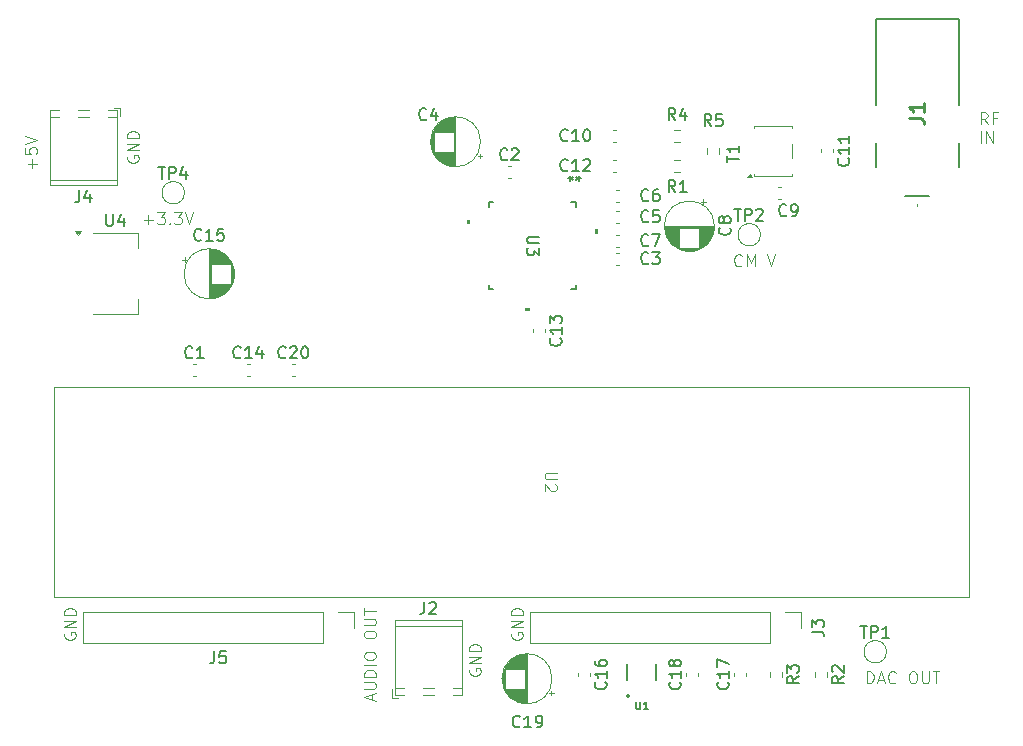
<source format=gbr>
%TF.GenerationSoftware,KiCad,Pcbnew,8.0.1*%
%TF.CreationDate,2024-04-12T18:49:37-04:00*%
%TF.ProjectId,adc_fpga,6164635f-6670-4676-912e-6b696361645f,rev?*%
%TF.SameCoordinates,Original*%
%TF.FileFunction,Legend,Top*%
%TF.FilePolarity,Positive*%
%FSLAX46Y46*%
G04 Gerber Fmt 4.6, Leading zero omitted, Abs format (unit mm)*
G04 Created by KiCad (PCBNEW 8.0.1) date 2024-04-12 18:49:37*
%MOMM*%
%LPD*%
G01*
G04 APERTURE LIST*
%ADD10C,0.100000*%
%ADD11C,0.150000*%
%ADD12C,0.254000*%
%ADD13C,0.120000*%
%ADD14C,0.152400*%
%ADD15C,0.000000*%
%ADD16C,0.200000*%
G04 APERTURE END LIST*
D10*
X86409884Y-91439466D02*
X87171789Y-91439466D01*
X86790836Y-91820419D02*
X86790836Y-91058514D01*
X87552741Y-90820419D02*
X88171788Y-90820419D01*
X88171788Y-90820419D02*
X87838455Y-91201371D01*
X87838455Y-91201371D02*
X87981312Y-91201371D01*
X87981312Y-91201371D02*
X88076550Y-91248990D01*
X88076550Y-91248990D02*
X88124169Y-91296609D01*
X88124169Y-91296609D02*
X88171788Y-91391847D01*
X88171788Y-91391847D02*
X88171788Y-91629942D01*
X88171788Y-91629942D02*
X88124169Y-91725180D01*
X88124169Y-91725180D02*
X88076550Y-91772800D01*
X88076550Y-91772800D02*
X87981312Y-91820419D01*
X87981312Y-91820419D02*
X87695598Y-91820419D01*
X87695598Y-91820419D02*
X87600360Y-91772800D01*
X87600360Y-91772800D02*
X87552741Y-91725180D01*
X88600360Y-91725180D02*
X88647979Y-91772800D01*
X88647979Y-91772800D02*
X88600360Y-91820419D01*
X88600360Y-91820419D02*
X88552741Y-91772800D01*
X88552741Y-91772800D02*
X88600360Y-91725180D01*
X88600360Y-91725180D02*
X88600360Y-91820419D01*
X88981312Y-90820419D02*
X89600359Y-90820419D01*
X89600359Y-90820419D02*
X89267026Y-91201371D01*
X89267026Y-91201371D02*
X89409883Y-91201371D01*
X89409883Y-91201371D02*
X89505121Y-91248990D01*
X89505121Y-91248990D02*
X89552740Y-91296609D01*
X89552740Y-91296609D02*
X89600359Y-91391847D01*
X89600359Y-91391847D02*
X89600359Y-91629942D01*
X89600359Y-91629942D02*
X89552740Y-91725180D01*
X89552740Y-91725180D02*
X89505121Y-91772800D01*
X89505121Y-91772800D02*
X89409883Y-91820419D01*
X89409883Y-91820419D02*
X89124169Y-91820419D01*
X89124169Y-91820419D02*
X89028931Y-91772800D01*
X89028931Y-91772800D02*
X88981312Y-91725180D01*
X89886074Y-90820419D02*
X90219407Y-91820419D01*
X90219407Y-91820419D02*
X90552740Y-90820419D01*
X137019312Y-95281180D02*
X136971693Y-95328800D01*
X136971693Y-95328800D02*
X136828836Y-95376419D01*
X136828836Y-95376419D02*
X136733598Y-95376419D01*
X136733598Y-95376419D02*
X136590741Y-95328800D01*
X136590741Y-95328800D02*
X136495503Y-95233561D01*
X136495503Y-95233561D02*
X136447884Y-95138323D01*
X136447884Y-95138323D02*
X136400265Y-94947847D01*
X136400265Y-94947847D02*
X136400265Y-94804990D01*
X136400265Y-94804990D02*
X136447884Y-94614514D01*
X136447884Y-94614514D02*
X136495503Y-94519276D01*
X136495503Y-94519276D02*
X136590741Y-94424038D01*
X136590741Y-94424038D02*
X136733598Y-94376419D01*
X136733598Y-94376419D02*
X136828836Y-94376419D01*
X136828836Y-94376419D02*
X136971693Y-94424038D01*
X136971693Y-94424038D02*
X137019312Y-94471657D01*
X137447884Y-95376419D02*
X137447884Y-94376419D01*
X137447884Y-94376419D02*
X137781217Y-95090704D01*
X137781217Y-95090704D02*
X138114550Y-94376419D01*
X138114550Y-94376419D02*
X138114550Y-95376419D01*
X139209789Y-94376419D02*
X139543122Y-95376419D01*
X139543122Y-95376419D02*
X139876455Y-94376419D01*
X147623884Y-130682419D02*
X147623884Y-129682419D01*
X147623884Y-129682419D02*
X147861979Y-129682419D01*
X147861979Y-129682419D02*
X148004836Y-129730038D01*
X148004836Y-129730038D02*
X148100074Y-129825276D01*
X148100074Y-129825276D02*
X148147693Y-129920514D01*
X148147693Y-129920514D02*
X148195312Y-130110990D01*
X148195312Y-130110990D02*
X148195312Y-130253847D01*
X148195312Y-130253847D02*
X148147693Y-130444323D01*
X148147693Y-130444323D02*
X148100074Y-130539561D01*
X148100074Y-130539561D02*
X148004836Y-130634800D01*
X148004836Y-130634800D02*
X147861979Y-130682419D01*
X147861979Y-130682419D02*
X147623884Y-130682419D01*
X148576265Y-130396704D02*
X149052455Y-130396704D01*
X148481027Y-130682419D02*
X148814360Y-129682419D01*
X148814360Y-129682419D02*
X149147693Y-130682419D01*
X150052455Y-130587180D02*
X150004836Y-130634800D01*
X150004836Y-130634800D02*
X149861979Y-130682419D01*
X149861979Y-130682419D02*
X149766741Y-130682419D01*
X149766741Y-130682419D02*
X149623884Y-130634800D01*
X149623884Y-130634800D02*
X149528646Y-130539561D01*
X149528646Y-130539561D02*
X149481027Y-130444323D01*
X149481027Y-130444323D02*
X149433408Y-130253847D01*
X149433408Y-130253847D02*
X149433408Y-130110990D01*
X149433408Y-130110990D02*
X149481027Y-129920514D01*
X149481027Y-129920514D02*
X149528646Y-129825276D01*
X149528646Y-129825276D02*
X149623884Y-129730038D01*
X149623884Y-129730038D02*
X149766741Y-129682419D01*
X149766741Y-129682419D02*
X149861979Y-129682419D01*
X149861979Y-129682419D02*
X150004836Y-129730038D01*
X150004836Y-129730038D02*
X150052455Y-129777657D01*
X151433408Y-129682419D02*
X151623884Y-129682419D01*
X151623884Y-129682419D02*
X151719122Y-129730038D01*
X151719122Y-129730038D02*
X151814360Y-129825276D01*
X151814360Y-129825276D02*
X151861979Y-130015752D01*
X151861979Y-130015752D02*
X151861979Y-130349085D01*
X151861979Y-130349085D02*
X151814360Y-130539561D01*
X151814360Y-130539561D02*
X151719122Y-130634800D01*
X151719122Y-130634800D02*
X151623884Y-130682419D01*
X151623884Y-130682419D02*
X151433408Y-130682419D01*
X151433408Y-130682419D02*
X151338170Y-130634800D01*
X151338170Y-130634800D02*
X151242932Y-130539561D01*
X151242932Y-130539561D02*
X151195313Y-130349085D01*
X151195313Y-130349085D02*
X151195313Y-130015752D01*
X151195313Y-130015752D02*
X151242932Y-129825276D01*
X151242932Y-129825276D02*
X151338170Y-129730038D01*
X151338170Y-129730038D02*
X151433408Y-129682419D01*
X152290551Y-129682419D02*
X152290551Y-130491942D01*
X152290551Y-130491942D02*
X152338170Y-130587180D01*
X152338170Y-130587180D02*
X152385789Y-130634800D01*
X152385789Y-130634800D02*
X152481027Y-130682419D01*
X152481027Y-130682419D02*
X152671503Y-130682419D01*
X152671503Y-130682419D02*
X152766741Y-130634800D01*
X152766741Y-130634800D02*
X152814360Y-130587180D01*
X152814360Y-130587180D02*
X152861979Y-130491942D01*
X152861979Y-130491942D02*
X152861979Y-129682419D01*
X153195313Y-129682419D02*
X153766741Y-129682419D01*
X153481027Y-130682419D02*
X153481027Y-129682419D01*
X117538038Y-126426306D02*
X117490419Y-126521544D01*
X117490419Y-126521544D02*
X117490419Y-126664401D01*
X117490419Y-126664401D02*
X117538038Y-126807258D01*
X117538038Y-126807258D02*
X117633276Y-126902496D01*
X117633276Y-126902496D02*
X117728514Y-126950115D01*
X117728514Y-126950115D02*
X117918990Y-126997734D01*
X117918990Y-126997734D02*
X118061847Y-126997734D01*
X118061847Y-126997734D02*
X118252323Y-126950115D01*
X118252323Y-126950115D02*
X118347561Y-126902496D01*
X118347561Y-126902496D02*
X118442800Y-126807258D01*
X118442800Y-126807258D02*
X118490419Y-126664401D01*
X118490419Y-126664401D02*
X118490419Y-126569163D01*
X118490419Y-126569163D02*
X118442800Y-126426306D01*
X118442800Y-126426306D02*
X118395180Y-126378687D01*
X118395180Y-126378687D02*
X118061847Y-126378687D01*
X118061847Y-126378687D02*
X118061847Y-126569163D01*
X118490419Y-125950115D02*
X117490419Y-125950115D01*
X117490419Y-125950115D02*
X118490419Y-125378687D01*
X118490419Y-125378687D02*
X117490419Y-125378687D01*
X118490419Y-124902496D02*
X117490419Y-124902496D01*
X117490419Y-124902496D02*
X117490419Y-124664401D01*
X117490419Y-124664401D02*
X117538038Y-124521544D01*
X117538038Y-124521544D02*
X117633276Y-124426306D01*
X117633276Y-124426306D02*
X117728514Y-124378687D01*
X117728514Y-124378687D02*
X117918990Y-124331068D01*
X117918990Y-124331068D02*
X118061847Y-124331068D01*
X118061847Y-124331068D02*
X118252323Y-124378687D01*
X118252323Y-124378687D02*
X118347561Y-124426306D01*
X118347561Y-124426306D02*
X118442800Y-124521544D01*
X118442800Y-124521544D02*
X118490419Y-124664401D01*
X118490419Y-124664401D02*
X118490419Y-124902496D01*
X79692038Y-126426306D02*
X79644419Y-126521544D01*
X79644419Y-126521544D02*
X79644419Y-126664401D01*
X79644419Y-126664401D02*
X79692038Y-126807258D01*
X79692038Y-126807258D02*
X79787276Y-126902496D01*
X79787276Y-126902496D02*
X79882514Y-126950115D01*
X79882514Y-126950115D02*
X80072990Y-126997734D01*
X80072990Y-126997734D02*
X80215847Y-126997734D01*
X80215847Y-126997734D02*
X80406323Y-126950115D01*
X80406323Y-126950115D02*
X80501561Y-126902496D01*
X80501561Y-126902496D02*
X80596800Y-126807258D01*
X80596800Y-126807258D02*
X80644419Y-126664401D01*
X80644419Y-126664401D02*
X80644419Y-126569163D01*
X80644419Y-126569163D02*
X80596800Y-126426306D01*
X80596800Y-126426306D02*
X80549180Y-126378687D01*
X80549180Y-126378687D02*
X80215847Y-126378687D01*
X80215847Y-126378687D02*
X80215847Y-126569163D01*
X80644419Y-125950115D02*
X79644419Y-125950115D01*
X79644419Y-125950115D02*
X80644419Y-125378687D01*
X80644419Y-125378687D02*
X79644419Y-125378687D01*
X80644419Y-124902496D02*
X79644419Y-124902496D01*
X79644419Y-124902496D02*
X79644419Y-124664401D01*
X79644419Y-124664401D02*
X79692038Y-124521544D01*
X79692038Y-124521544D02*
X79787276Y-124426306D01*
X79787276Y-124426306D02*
X79882514Y-124378687D01*
X79882514Y-124378687D02*
X80072990Y-124331068D01*
X80072990Y-124331068D02*
X80215847Y-124331068D01*
X80215847Y-124331068D02*
X80406323Y-124378687D01*
X80406323Y-124378687D02*
X80501561Y-124426306D01*
X80501561Y-124426306D02*
X80596800Y-124521544D01*
X80596800Y-124521544D02*
X80644419Y-124664401D01*
X80644419Y-124664401D02*
X80644419Y-124902496D01*
X113982038Y-129474306D02*
X113934419Y-129569544D01*
X113934419Y-129569544D02*
X113934419Y-129712401D01*
X113934419Y-129712401D02*
X113982038Y-129855258D01*
X113982038Y-129855258D02*
X114077276Y-129950496D01*
X114077276Y-129950496D02*
X114172514Y-129998115D01*
X114172514Y-129998115D02*
X114362990Y-130045734D01*
X114362990Y-130045734D02*
X114505847Y-130045734D01*
X114505847Y-130045734D02*
X114696323Y-129998115D01*
X114696323Y-129998115D02*
X114791561Y-129950496D01*
X114791561Y-129950496D02*
X114886800Y-129855258D01*
X114886800Y-129855258D02*
X114934419Y-129712401D01*
X114934419Y-129712401D02*
X114934419Y-129617163D01*
X114934419Y-129617163D02*
X114886800Y-129474306D01*
X114886800Y-129474306D02*
X114839180Y-129426687D01*
X114839180Y-129426687D02*
X114505847Y-129426687D01*
X114505847Y-129426687D02*
X114505847Y-129617163D01*
X114934419Y-128998115D02*
X113934419Y-128998115D01*
X113934419Y-128998115D02*
X114934419Y-128426687D01*
X114934419Y-128426687D02*
X113934419Y-128426687D01*
X114934419Y-127950496D02*
X113934419Y-127950496D01*
X113934419Y-127950496D02*
X113934419Y-127712401D01*
X113934419Y-127712401D02*
X113982038Y-127569544D01*
X113982038Y-127569544D02*
X114077276Y-127474306D01*
X114077276Y-127474306D02*
X114172514Y-127426687D01*
X114172514Y-127426687D02*
X114362990Y-127379068D01*
X114362990Y-127379068D02*
X114505847Y-127379068D01*
X114505847Y-127379068D02*
X114696323Y-127426687D01*
X114696323Y-127426687D02*
X114791561Y-127474306D01*
X114791561Y-127474306D02*
X114886800Y-127569544D01*
X114886800Y-127569544D02*
X114934419Y-127712401D01*
X114934419Y-127712401D02*
X114934419Y-127950496D01*
X85026038Y-86040306D02*
X84978419Y-86135544D01*
X84978419Y-86135544D02*
X84978419Y-86278401D01*
X84978419Y-86278401D02*
X85026038Y-86421258D01*
X85026038Y-86421258D02*
X85121276Y-86516496D01*
X85121276Y-86516496D02*
X85216514Y-86564115D01*
X85216514Y-86564115D02*
X85406990Y-86611734D01*
X85406990Y-86611734D02*
X85549847Y-86611734D01*
X85549847Y-86611734D02*
X85740323Y-86564115D01*
X85740323Y-86564115D02*
X85835561Y-86516496D01*
X85835561Y-86516496D02*
X85930800Y-86421258D01*
X85930800Y-86421258D02*
X85978419Y-86278401D01*
X85978419Y-86278401D02*
X85978419Y-86183163D01*
X85978419Y-86183163D02*
X85930800Y-86040306D01*
X85930800Y-86040306D02*
X85883180Y-85992687D01*
X85883180Y-85992687D02*
X85549847Y-85992687D01*
X85549847Y-85992687D02*
X85549847Y-86183163D01*
X85978419Y-85564115D02*
X84978419Y-85564115D01*
X84978419Y-85564115D02*
X85978419Y-84992687D01*
X85978419Y-84992687D02*
X84978419Y-84992687D01*
X85978419Y-84516496D02*
X84978419Y-84516496D01*
X84978419Y-84516496D02*
X84978419Y-84278401D01*
X84978419Y-84278401D02*
X85026038Y-84135544D01*
X85026038Y-84135544D02*
X85121276Y-84040306D01*
X85121276Y-84040306D02*
X85216514Y-83992687D01*
X85216514Y-83992687D02*
X85406990Y-83945068D01*
X85406990Y-83945068D02*
X85549847Y-83945068D01*
X85549847Y-83945068D02*
X85740323Y-83992687D01*
X85740323Y-83992687D02*
X85835561Y-84040306D01*
X85835561Y-84040306D02*
X85930800Y-84135544D01*
X85930800Y-84135544D02*
X85978419Y-84278401D01*
X85978419Y-84278401D02*
X85978419Y-84516496D01*
X76961466Y-87072115D02*
X76961466Y-86310211D01*
X77342419Y-86691163D02*
X76580514Y-86691163D01*
X76342419Y-85357830D02*
X76342419Y-85834020D01*
X76342419Y-85834020D02*
X76818609Y-85881639D01*
X76818609Y-85881639D02*
X76770990Y-85834020D01*
X76770990Y-85834020D02*
X76723371Y-85738782D01*
X76723371Y-85738782D02*
X76723371Y-85500687D01*
X76723371Y-85500687D02*
X76770990Y-85405449D01*
X76770990Y-85405449D02*
X76818609Y-85357830D01*
X76818609Y-85357830D02*
X76913847Y-85310211D01*
X76913847Y-85310211D02*
X77151942Y-85310211D01*
X77151942Y-85310211D02*
X77247180Y-85357830D01*
X77247180Y-85357830D02*
X77294800Y-85405449D01*
X77294800Y-85405449D02*
X77342419Y-85500687D01*
X77342419Y-85500687D02*
X77342419Y-85738782D01*
X77342419Y-85738782D02*
X77294800Y-85834020D01*
X77294800Y-85834020D02*
X77247180Y-85881639D01*
X76342419Y-85024496D02*
X77342419Y-84691163D01*
X77342419Y-84691163D02*
X76342419Y-84357830D01*
X105758704Y-132077734D02*
X105758704Y-131601544D01*
X106044419Y-132172972D02*
X105044419Y-131839639D01*
X105044419Y-131839639D02*
X106044419Y-131506306D01*
X105044419Y-131172972D02*
X105853942Y-131172972D01*
X105853942Y-131172972D02*
X105949180Y-131125353D01*
X105949180Y-131125353D02*
X105996800Y-131077734D01*
X105996800Y-131077734D02*
X106044419Y-130982496D01*
X106044419Y-130982496D02*
X106044419Y-130792020D01*
X106044419Y-130792020D02*
X105996800Y-130696782D01*
X105996800Y-130696782D02*
X105949180Y-130649163D01*
X105949180Y-130649163D02*
X105853942Y-130601544D01*
X105853942Y-130601544D02*
X105044419Y-130601544D01*
X106044419Y-130125353D02*
X105044419Y-130125353D01*
X105044419Y-130125353D02*
X105044419Y-129887258D01*
X105044419Y-129887258D02*
X105092038Y-129744401D01*
X105092038Y-129744401D02*
X105187276Y-129649163D01*
X105187276Y-129649163D02*
X105282514Y-129601544D01*
X105282514Y-129601544D02*
X105472990Y-129553925D01*
X105472990Y-129553925D02*
X105615847Y-129553925D01*
X105615847Y-129553925D02*
X105806323Y-129601544D01*
X105806323Y-129601544D02*
X105901561Y-129649163D01*
X105901561Y-129649163D02*
X105996800Y-129744401D01*
X105996800Y-129744401D02*
X106044419Y-129887258D01*
X106044419Y-129887258D02*
X106044419Y-130125353D01*
X106044419Y-129125353D02*
X105044419Y-129125353D01*
X105044419Y-128458687D02*
X105044419Y-128268211D01*
X105044419Y-128268211D02*
X105092038Y-128172973D01*
X105092038Y-128172973D02*
X105187276Y-128077735D01*
X105187276Y-128077735D02*
X105377752Y-128030116D01*
X105377752Y-128030116D02*
X105711085Y-128030116D01*
X105711085Y-128030116D02*
X105901561Y-128077735D01*
X105901561Y-128077735D02*
X105996800Y-128172973D01*
X105996800Y-128172973D02*
X106044419Y-128268211D01*
X106044419Y-128268211D02*
X106044419Y-128458687D01*
X106044419Y-128458687D02*
X105996800Y-128553925D01*
X105996800Y-128553925D02*
X105901561Y-128649163D01*
X105901561Y-128649163D02*
X105711085Y-128696782D01*
X105711085Y-128696782D02*
X105377752Y-128696782D01*
X105377752Y-128696782D02*
X105187276Y-128649163D01*
X105187276Y-128649163D02*
X105092038Y-128553925D01*
X105092038Y-128553925D02*
X105044419Y-128458687D01*
X105044419Y-126649163D02*
X105044419Y-126458687D01*
X105044419Y-126458687D02*
X105092038Y-126363449D01*
X105092038Y-126363449D02*
X105187276Y-126268211D01*
X105187276Y-126268211D02*
X105377752Y-126220592D01*
X105377752Y-126220592D02*
X105711085Y-126220592D01*
X105711085Y-126220592D02*
X105901561Y-126268211D01*
X105901561Y-126268211D02*
X105996800Y-126363449D01*
X105996800Y-126363449D02*
X106044419Y-126458687D01*
X106044419Y-126458687D02*
X106044419Y-126649163D01*
X106044419Y-126649163D02*
X105996800Y-126744401D01*
X105996800Y-126744401D02*
X105901561Y-126839639D01*
X105901561Y-126839639D02*
X105711085Y-126887258D01*
X105711085Y-126887258D02*
X105377752Y-126887258D01*
X105377752Y-126887258D02*
X105187276Y-126839639D01*
X105187276Y-126839639D02*
X105092038Y-126744401D01*
X105092038Y-126744401D02*
X105044419Y-126649163D01*
X105044419Y-125792020D02*
X105853942Y-125792020D01*
X105853942Y-125792020D02*
X105949180Y-125744401D01*
X105949180Y-125744401D02*
X105996800Y-125696782D01*
X105996800Y-125696782D02*
X106044419Y-125601544D01*
X106044419Y-125601544D02*
X106044419Y-125411068D01*
X106044419Y-125411068D02*
X105996800Y-125315830D01*
X105996800Y-125315830D02*
X105949180Y-125268211D01*
X105949180Y-125268211D02*
X105853942Y-125220592D01*
X105853942Y-125220592D02*
X105044419Y-125220592D01*
X105044419Y-124887258D02*
X105044419Y-124315830D01*
X106044419Y-124601544D02*
X105044419Y-124601544D01*
X157847312Y-83352475D02*
X157513979Y-82876284D01*
X157275884Y-83352475D02*
X157275884Y-82352475D01*
X157275884Y-82352475D02*
X157656836Y-82352475D01*
X157656836Y-82352475D02*
X157752074Y-82400094D01*
X157752074Y-82400094D02*
X157799693Y-82447713D01*
X157799693Y-82447713D02*
X157847312Y-82542951D01*
X157847312Y-82542951D02*
X157847312Y-82685808D01*
X157847312Y-82685808D02*
X157799693Y-82781046D01*
X157799693Y-82781046D02*
X157752074Y-82828665D01*
X157752074Y-82828665D02*
X157656836Y-82876284D01*
X157656836Y-82876284D02*
X157275884Y-82876284D01*
X158609217Y-82828665D02*
X158275884Y-82828665D01*
X158275884Y-83352475D02*
X158275884Y-82352475D01*
X158275884Y-82352475D02*
X158752074Y-82352475D01*
X157275884Y-84962419D02*
X157275884Y-83962419D01*
X157752074Y-84962419D02*
X157752074Y-83962419D01*
X157752074Y-83962419D02*
X158323502Y-84962419D01*
X158323502Y-84962419D02*
X158323502Y-83962419D01*
D11*
X136406095Y-90516819D02*
X136977523Y-90516819D01*
X136691809Y-91516819D02*
X136691809Y-90516819D01*
X137310857Y-91516819D02*
X137310857Y-90516819D01*
X137310857Y-90516819D02*
X137691809Y-90516819D01*
X137691809Y-90516819D02*
X137787047Y-90564438D01*
X137787047Y-90564438D02*
X137834666Y-90612057D01*
X137834666Y-90612057D02*
X137882285Y-90707295D01*
X137882285Y-90707295D02*
X137882285Y-90850152D01*
X137882285Y-90850152D02*
X137834666Y-90945390D01*
X137834666Y-90945390D02*
X137787047Y-90993009D01*
X137787047Y-90993009D02*
X137691809Y-91040628D01*
X137691809Y-91040628D02*
X137310857Y-91040628D01*
X138263238Y-90612057D02*
X138310857Y-90564438D01*
X138310857Y-90564438D02*
X138406095Y-90516819D01*
X138406095Y-90516819D02*
X138644190Y-90516819D01*
X138644190Y-90516819D02*
X138739428Y-90564438D01*
X138739428Y-90564438D02*
X138787047Y-90612057D01*
X138787047Y-90612057D02*
X138834666Y-90707295D01*
X138834666Y-90707295D02*
X138834666Y-90802533D01*
X138834666Y-90802533D02*
X138787047Y-90945390D01*
X138787047Y-90945390D02*
X138215619Y-91516819D01*
X138215619Y-91516819D02*
X138834666Y-91516819D01*
X87638095Y-86960819D02*
X88209523Y-86960819D01*
X87923809Y-87960819D02*
X87923809Y-86960819D01*
X88542857Y-87960819D02*
X88542857Y-86960819D01*
X88542857Y-86960819D02*
X88923809Y-86960819D01*
X88923809Y-86960819D02*
X89019047Y-87008438D01*
X89019047Y-87008438D02*
X89066666Y-87056057D01*
X89066666Y-87056057D02*
X89114285Y-87151295D01*
X89114285Y-87151295D02*
X89114285Y-87294152D01*
X89114285Y-87294152D02*
X89066666Y-87389390D01*
X89066666Y-87389390D02*
X89019047Y-87437009D01*
X89019047Y-87437009D02*
X88923809Y-87484628D01*
X88923809Y-87484628D02*
X88542857Y-87484628D01*
X89971428Y-87294152D02*
X89971428Y-87960819D01*
X89733333Y-86913200D02*
X89495238Y-87627485D01*
X89495238Y-87627485D02*
X90114285Y-87627485D01*
X147074095Y-125822819D02*
X147645523Y-125822819D01*
X147359809Y-126822819D02*
X147359809Y-125822819D01*
X147978857Y-126822819D02*
X147978857Y-125822819D01*
X147978857Y-125822819D02*
X148359809Y-125822819D01*
X148359809Y-125822819D02*
X148455047Y-125870438D01*
X148455047Y-125870438D02*
X148502666Y-125918057D01*
X148502666Y-125918057D02*
X148550285Y-126013295D01*
X148550285Y-126013295D02*
X148550285Y-126156152D01*
X148550285Y-126156152D02*
X148502666Y-126251390D01*
X148502666Y-126251390D02*
X148455047Y-126299009D01*
X148455047Y-126299009D02*
X148359809Y-126346628D01*
X148359809Y-126346628D02*
X147978857Y-126346628D01*
X149502666Y-126822819D02*
X148931238Y-126822819D01*
X149216952Y-126822819D02*
X149216952Y-125822819D01*
X149216952Y-125822819D02*
X149121714Y-125965676D01*
X149121714Y-125965676D02*
X149026476Y-126060914D01*
X149026476Y-126060914D02*
X148931238Y-126108533D01*
D10*
X121347580Y-112848095D02*
X120538057Y-112848095D01*
X120538057Y-112848095D02*
X120442819Y-112895714D01*
X120442819Y-112895714D02*
X120395200Y-112943333D01*
X120395200Y-112943333D02*
X120347580Y-113038571D01*
X120347580Y-113038571D02*
X120347580Y-113229047D01*
X120347580Y-113229047D02*
X120395200Y-113324285D01*
X120395200Y-113324285D02*
X120442819Y-113371904D01*
X120442819Y-113371904D02*
X120538057Y-113419523D01*
X120538057Y-113419523D02*
X121347580Y-113419523D01*
X121252342Y-113848095D02*
X121299961Y-113895714D01*
X121299961Y-113895714D02*
X121347580Y-113990952D01*
X121347580Y-113990952D02*
X121347580Y-114229047D01*
X121347580Y-114229047D02*
X121299961Y-114324285D01*
X121299961Y-114324285D02*
X121252342Y-114371904D01*
X121252342Y-114371904D02*
X121157104Y-114419523D01*
X121157104Y-114419523D02*
X121061866Y-114419523D01*
X121061866Y-114419523D02*
X120919009Y-114371904D01*
X120919009Y-114371904D02*
X120347580Y-113800476D01*
X120347580Y-113800476D02*
X120347580Y-114419523D01*
D11*
X98417142Y-103069580D02*
X98369523Y-103117200D01*
X98369523Y-103117200D02*
X98226666Y-103164819D01*
X98226666Y-103164819D02*
X98131428Y-103164819D01*
X98131428Y-103164819D02*
X97988571Y-103117200D01*
X97988571Y-103117200D02*
X97893333Y-103021961D01*
X97893333Y-103021961D02*
X97845714Y-102926723D01*
X97845714Y-102926723D02*
X97798095Y-102736247D01*
X97798095Y-102736247D02*
X97798095Y-102593390D01*
X97798095Y-102593390D02*
X97845714Y-102402914D01*
X97845714Y-102402914D02*
X97893333Y-102307676D01*
X97893333Y-102307676D02*
X97988571Y-102212438D01*
X97988571Y-102212438D02*
X98131428Y-102164819D01*
X98131428Y-102164819D02*
X98226666Y-102164819D01*
X98226666Y-102164819D02*
X98369523Y-102212438D01*
X98369523Y-102212438D02*
X98417142Y-102260057D01*
X98798095Y-102260057D02*
X98845714Y-102212438D01*
X98845714Y-102212438D02*
X98940952Y-102164819D01*
X98940952Y-102164819D02*
X99179047Y-102164819D01*
X99179047Y-102164819D02*
X99274285Y-102212438D01*
X99274285Y-102212438D02*
X99321904Y-102260057D01*
X99321904Y-102260057D02*
X99369523Y-102355295D01*
X99369523Y-102355295D02*
X99369523Y-102450533D01*
X99369523Y-102450533D02*
X99321904Y-102593390D01*
X99321904Y-102593390D02*
X98750476Y-103164819D01*
X98750476Y-103164819D02*
X99369523Y-103164819D01*
X99988571Y-102164819D02*
X100083809Y-102164819D01*
X100083809Y-102164819D02*
X100179047Y-102212438D01*
X100179047Y-102212438D02*
X100226666Y-102260057D01*
X100226666Y-102260057D02*
X100274285Y-102355295D01*
X100274285Y-102355295D02*
X100321904Y-102545771D01*
X100321904Y-102545771D02*
X100321904Y-102783866D01*
X100321904Y-102783866D02*
X100274285Y-102974342D01*
X100274285Y-102974342D02*
X100226666Y-103069580D01*
X100226666Y-103069580D02*
X100179047Y-103117200D01*
X100179047Y-103117200D02*
X100083809Y-103164819D01*
X100083809Y-103164819D02*
X99988571Y-103164819D01*
X99988571Y-103164819D02*
X99893333Y-103117200D01*
X99893333Y-103117200D02*
X99845714Y-103069580D01*
X99845714Y-103069580D02*
X99798095Y-102974342D01*
X99798095Y-102974342D02*
X99750476Y-102783866D01*
X99750476Y-102783866D02*
X99750476Y-102545771D01*
X99750476Y-102545771D02*
X99798095Y-102355295D01*
X99798095Y-102355295D02*
X99845714Y-102260057D01*
X99845714Y-102260057D02*
X99893333Y-102212438D01*
X99893333Y-102212438D02*
X99988571Y-102164819D01*
X94607142Y-103069580D02*
X94559523Y-103117200D01*
X94559523Y-103117200D02*
X94416666Y-103164819D01*
X94416666Y-103164819D02*
X94321428Y-103164819D01*
X94321428Y-103164819D02*
X94178571Y-103117200D01*
X94178571Y-103117200D02*
X94083333Y-103021961D01*
X94083333Y-103021961D02*
X94035714Y-102926723D01*
X94035714Y-102926723D02*
X93988095Y-102736247D01*
X93988095Y-102736247D02*
X93988095Y-102593390D01*
X93988095Y-102593390D02*
X94035714Y-102402914D01*
X94035714Y-102402914D02*
X94083333Y-102307676D01*
X94083333Y-102307676D02*
X94178571Y-102212438D01*
X94178571Y-102212438D02*
X94321428Y-102164819D01*
X94321428Y-102164819D02*
X94416666Y-102164819D01*
X94416666Y-102164819D02*
X94559523Y-102212438D01*
X94559523Y-102212438D02*
X94607142Y-102260057D01*
X95559523Y-103164819D02*
X94988095Y-103164819D01*
X95273809Y-103164819D02*
X95273809Y-102164819D01*
X95273809Y-102164819D02*
X95178571Y-102307676D01*
X95178571Y-102307676D02*
X95083333Y-102402914D01*
X95083333Y-102402914D02*
X94988095Y-102450533D01*
X96416666Y-102498152D02*
X96416666Y-103164819D01*
X96178571Y-102117200D02*
X95940476Y-102831485D01*
X95940476Y-102831485D02*
X96559523Y-102831485D01*
X121677580Y-101480857D02*
X121725200Y-101528476D01*
X121725200Y-101528476D02*
X121772819Y-101671333D01*
X121772819Y-101671333D02*
X121772819Y-101766571D01*
X121772819Y-101766571D02*
X121725200Y-101909428D01*
X121725200Y-101909428D02*
X121629961Y-102004666D01*
X121629961Y-102004666D02*
X121534723Y-102052285D01*
X121534723Y-102052285D02*
X121344247Y-102099904D01*
X121344247Y-102099904D02*
X121201390Y-102099904D01*
X121201390Y-102099904D02*
X121010914Y-102052285D01*
X121010914Y-102052285D02*
X120915676Y-102004666D01*
X120915676Y-102004666D02*
X120820438Y-101909428D01*
X120820438Y-101909428D02*
X120772819Y-101766571D01*
X120772819Y-101766571D02*
X120772819Y-101671333D01*
X120772819Y-101671333D02*
X120820438Y-101528476D01*
X120820438Y-101528476D02*
X120868057Y-101480857D01*
X121772819Y-100528476D02*
X121772819Y-101099904D01*
X121772819Y-100814190D02*
X120772819Y-100814190D01*
X120772819Y-100814190D02*
X120915676Y-100909428D01*
X120915676Y-100909428D02*
X121010914Y-101004666D01*
X121010914Y-101004666D02*
X121058533Y-101099904D01*
X120772819Y-100195142D02*
X120772819Y-99576095D01*
X120772819Y-99576095D02*
X121153771Y-99909428D01*
X121153771Y-99909428D02*
X121153771Y-99766571D01*
X121153771Y-99766571D02*
X121201390Y-99671333D01*
X121201390Y-99671333D02*
X121249009Y-99623714D01*
X121249009Y-99623714D02*
X121344247Y-99576095D01*
X121344247Y-99576095D02*
X121582342Y-99576095D01*
X121582342Y-99576095D02*
X121677580Y-99623714D01*
X121677580Y-99623714D02*
X121725200Y-99671333D01*
X121725200Y-99671333D02*
X121772819Y-99766571D01*
X121772819Y-99766571D02*
X121772819Y-100052285D01*
X121772819Y-100052285D02*
X121725200Y-100147523D01*
X121725200Y-100147523D02*
X121677580Y-100195142D01*
X119848980Y-92862495D02*
X119039457Y-92862495D01*
X119039457Y-92862495D02*
X118944219Y-92910114D01*
X118944219Y-92910114D02*
X118896600Y-92957733D01*
X118896600Y-92957733D02*
X118848980Y-93052971D01*
X118848980Y-93052971D02*
X118848980Y-93243447D01*
X118848980Y-93243447D02*
X118896600Y-93338685D01*
X118896600Y-93338685D02*
X118944219Y-93386304D01*
X118944219Y-93386304D02*
X119039457Y-93433923D01*
X119039457Y-93433923D02*
X119848980Y-93433923D01*
X119848980Y-93814876D02*
X119848980Y-94433923D01*
X119848980Y-94433923D02*
X119468028Y-94100590D01*
X119468028Y-94100590D02*
X119468028Y-94243447D01*
X119468028Y-94243447D02*
X119420409Y-94338685D01*
X119420409Y-94338685D02*
X119372790Y-94386304D01*
X119372790Y-94386304D02*
X119277552Y-94433923D01*
X119277552Y-94433923D02*
X119039457Y-94433923D01*
X119039457Y-94433923D02*
X118944219Y-94386304D01*
X118944219Y-94386304D02*
X118896600Y-94338685D01*
X118896600Y-94338685D02*
X118848980Y-94243447D01*
X118848980Y-94243447D02*
X118848980Y-93957733D01*
X118848980Y-93957733D02*
X118896600Y-93862495D01*
X118896600Y-93862495D02*
X118944219Y-93814876D01*
X122339619Y-87934799D02*
X122577714Y-87934799D01*
X122482476Y-88172894D02*
X122577714Y-87934799D01*
X122577714Y-87934799D02*
X122482476Y-87696704D01*
X122768190Y-88077656D02*
X122577714Y-87934799D01*
X122577714Y-87934799D02*
X122768190Y-87791942D01*
X123429980Y-87934800D02*
X123191885Y-87934800D01*
X123287123Y-87696705D02*
X123191885Y-87934800D01*
X123191885Y-87934800D02*
X123287123Y-88172895D01*
X123001409Y-87791943D02*
X123191885Y-87934800D01*
X123191885Y-87934800D02*
X123001409Y-88077657D01*
X134453333Y-83512819D02*
X134120000Y-83036628D01*
X133881905Y-83512819D02*
X133881905Y-82512819D01*
X133881905Y-82512819D02*
X134262857Y-82512819D01*
X134262857Y-82512819D02*
X134358095Y-82560438D01*
X134358095Y-82560438D02*
X134405714Y-82608057D01*
X134405714Y-82608057D02*
X134453333Y-82703295D01*
X134453333Y-82703295D02*
X134453333Y-82846152D01*
X134453333Y-82846152D02*
X134405714Y-82941390D01*
X134405714Y-82941390D02*
X134358095Y-82989009D01*
X134358095Y-82989009D02*
X134262857Y-83036628D01*
X134262857Y-83036628D02*
X133881905Y-83036628D01*
X135358095Y-82512819D02*
X134881905Y-82512819D01*
X134881905Y-82512819D02*
X134834286Y-82989009D01*
X134834286Y-82989009D02*
X134881905Y-82941390D01*
X134881905Y-82941390D02*
X134977143Y-82893771D01*
X134977143Y-82893771D02*
X135215238Y-82893771D01*
X135215238Y-82893771D02*
X135310476Y-82941390D01*
X135310476Y-82941390D02*
X135358095Y-82989009D01*
X135358095Y-82989009D02*
X135405714Y-83084247D01*
X135405714Y-83084247D02*
X135405714Y-83322342D01*
X135405714Y-83322342D02*
X135358095Y-83417580D01*
X135358095Y-83417580D02*
X135310476Y-83465200D01*
X135310476Y-83465200D02*
X135215238Y-83512819D01*
X135215238Y-83512819D02*
X134977143Y-83512819D01*
X134977143Y-83512819D02*
X134881905Y-83465200D01*
X134881905Y-83465200D02*
X134834286Y-83417580D01*
X131405333Y-83004819D02*
X131072000Y-82528628D01*
X130833905Y-83004819D02*
X130833905Y-82004819D01*
X130833905Y-82004819D02*
X131214857Y-82004819D01*
X131214857Y-82004819D02*
X131310095Y-82052438D01*
X131310095Y-82052438D02*
X131357714Y-82100057D01*
X131357714Y-82100057D02*
X131405333Y-82195295D01*
X131405333Y-82195295D02*
X131405333Y-82338152D01*
X131405333Y-82338152D02*
X131357714Y-82433390D01*
X131357714Y-82433390D02*
X131310095Y-82481009D01*
X131310095Y-82481009D02*
X131214857Y-82528628D01*
X131214857Y-82528628D02*
X130833905Y-82528628D01*
X132262476Y-82338152D02*
X132262476Y-83004819D01*
X132024381Y-81957200D02*
X131786286Y-82671485D01*
X131786286Y-82671485D02*
X132405333Y-82671485D01*
X131405333Y-89100819D02*
X131072000Y-88624628D01*
X130833905Y-89100819D02*
X130833905Y-88100819D01*
X130833905Y-88100819D02*
X131214857Y-88100819D01*
X131214857Y-88100819D02*
X131310095Y-88148438D01*
X131310095Y-88148438D02*
X131357714Y-88196057D01*
X131357714Y-88196057D02*
X131405333Y-88291295D01*
X131405333Y-88291295D02*
X131405333Y-88434152D01*
X131405333Y-88434152D02*
X131357714Y-88529390D01*
X131357714Y-88529390D02*
X131310095Y-88577009D01*
X131310095Y-88577009D02*
X131214857Y-88624628D01*
X131214857Y-88624628D02*
X130833905Y-88624628D01*
X132357714Y-89100819D02*
X131786286Y-89100819D01*
X132072000Y-89100819D02*
X132072000Y-88100819D01*
X132072000Y-88100819D02*
X131976762Y-88243676D01*
X131976762Y-88243676D02*
X131881524Y-88338914D01*
X131881524Y-88338914D02*
X131786286Y-88386533D01*
X122293142Y-87227580D02*
X122245523Y-87275200D01*
X122245523Y-87275200D02*
X122102666Y-87322819D01*
X122102666Y-87322819D02*
X122007428Y-87322819D01*
X122007428Y-87322819D02*
X121864571Y-87275200D01*
X121864571Y-87275200D02*
X121769333Y-87179961D01*
X121769333Y-87179961D02*
X121721714Y-87084723D01*
X121721714Y-87084723D02*
X121674095Y-86894247D01*
X121674095Y-86894247D02*
X121674095Y-86751390D01*
X121674095Y-86751390D02*
X121721714Y-86560914D01*
X121721714Y-86560914D02*
X121769333Y-86465676D01*
X121769333Y-86465676D02*
X121864571Y-86370438D01*
X121864571Y-86370438D02*
X122007428Y-86322819D01*
X122007428Y-86322819D02*
X122102666Y-86322819D01*
X122102666Y-86322819D02*
X122245523Y-86370438D01*
X122245523Y-86370438D02*
X122293142Y-86418057D01*
X123245523Y-87322819D02*
X122674095Y-87322819D01*
X122959809Y-87322819D02*
X122959809Y-86322819D01*
X122959809Y-86322819D02*
X122864571Y-86465676D01*
X122864571Y-86465676D02*
X122769333Y-86560914D01*
X122769333Y-86560914D02*
X122674095Y-86608533D01*
X123626476Y-86418057D02*
X123674095Y-86370438D01*
X123674095Y-86370438D02*
X123769333Y-86322819D01*
X123769333Y-86322819D02*
X124007428Y-86322819D01*
X124007428Y-86322819D02*
X124102666Y-86370438D01*
X124102666Y-86370438D02*
X124150285Y-86418057D01*
X124150285Y-86418057D02*
X124197904Y-86513295D01*
X124197904Y-86513295D02*
X124197904Y-86608533D01*
X124197904Y-86608533D02*
X124150285Y-86751390D01*
X124150285Y-86751390D02*
X123578857Y-87322819D01*
X123578857Y-87322819D02*
X124197904Y-87322819D01*
X122293142Y-84687580D02*
X122245523Y-84735200D01*
X122245523Y-84735200D02*
X122102666Y-84782819D01*
X122102666Y-84782819D02*
X122007428Y-84782819D01*
X122007428Y-84782819D02*
X121864571Y-84735200D01*
X121864571Y-84735200D02*
X121769333Y-84639961D01*
X121769333Y-84639961D02*
X121721714Y-84544723D01*
X121721714Y-84544723D02*
X121674095Y-84354247D01*
X121674095Y-84354247D02*
X121674095Y-84211390D01*
X121674095Y-84211390D02*
X121721714Y-84020914D01*
X121721714Y-84020914D02*
X121769333Y-83925676D01*
X121769333Y-83925676D02*
X121864571Y-83830438D01*
X121864571Y-83830438D02*
X122007428Y-83782819D01*
X122007428Y-83782819D02*
X122102666Y-83782819D01*
X122102666Y-83782819D02*
X122245523Y-83830438D01*
X122245523Y-83830438D02*
X122293142Y-83878057D01*
X123245523Y-84782819D02*
X122674095Y-84782819D01*
X122959809Y-84782819D02*
X122959809Y-83782819D01*
X122959809Y-83782819D02*
X122864571Y-83925676D01*
X122864571Y-83925676D02*
X122769333Y-84020914D01*
X122769333Y-84020914D02*
X122674095Y-84068533D01*
X123864571Y-83782819D02*
X123959809Y-83782819D01*
X123959809Y-83782819D02*
X124055047Y-83830438D01*
X124055047Y-83830438D02*
X124102666Y-83878057D01*
X124102666Y-83878057D02*
X124150285Y-83973295D01*
X124150285Y-83973295D02*
X124197904Y-84163771D01*
X124197904Y-84163771D02*
X124197904Y-84401866D01*
X124197904Y-84401866D02*
X124150285Y-84592342D01*
X124150285Y-84592342D02*
X124102666Y-84687580D01*
X124102666Y-84687580D02*
X124055047Y-84735200D01*
X124055047Y-84735200D02*
X123959809Y-84782819D01*
X123959809Y-84782819D02*
X123864571Y-84782819D01*
X123864571Y-84782819D02*
X123769333Y-84735200D01*
X123769333Y-84735200D02*
X123721714Y-84687580D01*
X123721714Y-84687580D02*
X123674095Y-84592342D01*
X123674095Y-84592342D02*
X123626476Y-84401866D01*
X123626476Y-84401866D02*
X123626476Y-84163771D01*
X123626476Y-84163771D02*
X123674095Y-83973295D01*
X123674095Y-83973295D02*
X123721714Y-83878057D01*
X123721714Y-83878057D02*
X123769333Y-83830438D01*
X123769333Y-83830438D02*
X123864571Y-83782819D01*
X140803333Y-91037580D02*
X140755714Y-91085200D01*
X140755714Y-91085200D02*
X140612857Y-91132819D01*
X140612857Y-91132819D02*
X140517619Y-91132819D01*
X140517619Y-91132819D02*
X140374762Y-91085200D01*
X140374762Y-91085200D02*
X140279524Y-90989961D01*
X140279524Y-90989961D02*
X140231905Y-90894723D01*
X140231905Y-90894723D02*
X140184286Y-90704247D01*
X140184286Y-90704247D02*
X140184286Y-90561390D01*
X140184286Y-90561390D02*
X140231905Y-90370914D01*
X140231905Y-90370914D02*
X140279524Y-90275676D01*
X140279524Y-90275676D02*
X140374762Y-90180438D01*
X140374762Y-90180438D02*
X140517619Y-90132819D01*
X140517619Y-90132819D02*
X140612857Y-90132819D01*
X140612857Y-90132819D02*
X140755714Y-90180438D01*
X140755714Y-90180438D02*
X140803333Y-90228057D01*
X141279524Y-91132819D02*
X141470000Y-91132819D01*
X141470000Y-91132819D02*
X141565238Y-91085200D01*
X141565238Y-91085200D02*
X141612857Y-91037580D01*
X141612857Y-91037580D02*
X141708095Y-90894723D01*
X141708095Y-90894723D02*
X141755714Y-90704247D01*
X141755714Y-90704247D02*
X141755714Y-90323295D01*
X141755714Y-90323295D02*
X141708095Y-90228057D01*
X141708095Y-90228057D02*
X141660476Y-90180438D01*
X141660476Y-90180438D02*
X141565238Y-90132819D01*
X141565238Y-90132819D02*
X141374762Y-90132819D01*
X141374762Y-90132819D02*
X141279524Y-90180438D01*
X141279524Y-90180438D02*
X141231905Y-90228057D01*
X141231905Y-90228057D02*
X141184286Y-90323295D01*
X141184286Y-90323295D02*
X141184286Y-90561390D01*
X141184286Y-90561390D02*
X141231905Y-90656628D01*
X141231905Y-90656628D02*
X141279524Y-90704247D01*
X141279524Y-90704247D02*
X141374762Y-90751866D01*
X141374762Y-90751866D02*
X141565238Y-90751866D01*
X141565238Y-90751866D02*
X141660476Y-90704247D01*
X141660476Y-90704247D02*
X141708095Y-90656628D01*
X141708095Y-90656628D02*
X141755714Y-90561390D01*
X135995580Y-92114666D02*
X136043200Y-92162285D01*
X136043200Y-92162285D02*
X136090819Y-92305142D01*
X136090819Y-92305142D02*
X136090819Y-92400380D01*
X136090819Y-92400380D02*
X136043200Y-92543237D01*
X136043200Y-92543237D02*
X135947961Y-92638475D01*
X135947961Y-92638475D02*
X135852723Y-92686094D01*
X135852723Y-92686094D02*
X135662247Y-92733713D01*
X135662247Y-92733713D02*
X135519390Y-92733713D01*
X135519390Y-92733713D02*
X135328914Y-92686094D01*
X135328914Y-92686094D02*
X135233676Y-92638475D01*
X135233676Y-92638475D02*
X135138438Y-92543237D01*
X135138438Y-92543237D02*
X135090819Y-92400380D01*
X135090819Y-92400380D02*
X135090819Y-92305142D01*
X135090819Y-92305142D02*
X135138438Y-92162285D01*
X135138438Y-92162285D02*
X135186057Y-92114666D01*
X135519390Y-91543237D02*
X135471771Y-91638475D01*
X135471771Y-91638475D02*
X135424152Y-91686094D01*
X135424152Y-91686094D02*
X135328914Y-91733713D01*
X135328914Y-91733713D02*
X135281295Y-91733713D01*
X135281295Y-91733713D02*
X135186057Y-91686094D01*
X135186057Y-91686094D02*
X135138438Y-91638475D01*
X135138438Y-91638475D02*
X135090819Y-91543237D01*
X135090819Y-91543237D02*
X135090819Y-91352761D01*
X135090819Y-91352761D02*
X135138438Y-91257523D01*
X135138438Y-91257523D02*
X135186057Y-91209904D01*
X135186057Y-91209904D02*
X135281295Y-91162285D01*
X135281295Y-91162285D02*
X135328914Y-91162285D01*
X135328914Y-91162285D02*
X135424152Y-91209904D01*
X135424152Y-91209904D02*
X135471771Y-91257523D01*
X135471771Y-91257523D02*
X135519390Y-91352761D01*
X135519390Y-91352761D02*
X135519390Y-91543237D01*
X135519390Y-91543237D02*
X135567009Y-91638475D01*
X135567009Y-91638475D02*
X135614628Y-91686094D01*
X135614628Y-91686094D02*
X135709866Y-91733713D01*
X135709866Y-91733713D02*
X135900342Y-91733713D01*
X135900342Y-91733713D02*
X135995580Y-91686094D01*
X135995580Y-91686094D02*
X136043200Y-91638475D01*
X136043200Y-91638475D02*
X136090819Y-91543237D01*
X136090819Y-91543237D02*
X136090819Y-91352761D01*
X136090819Y-91352761D02*
X136043200Y-91257523D01*
X136043200Y-91257523D02*
X135995580Y-91209904D01*
X135995580Y-91209904D02*
X135900342Y-91162285D01*
X135900342Y-91162285D02*
X135709866Y-91162285D01*
X135709866Y-91162285D02*
X135614628Y-91209904D01*
X135614628Y-91209904D02*
X135567009Y-91257523D01*
X135567009Y-91257523D02*
X135519390Y-91352761D01*
X129119333Y-93577580D02*
X129071714Y-93625200D01*
X129071714Y-93625200D02*
X128928857Y-93672819D01*
X128928857Y-93672819D02*
X128833619Y-93672819D01*
X128833619Y-93672819D02*
X128690762Y-93625200D01*
X128690762Y-93625200D02*
X128595524Y-93529961D01*
X128595524Y-93529961D02*
X128547905Y-93434723D01*
X128547905Y-93434723D02*
X128500286Y-93244247D01*
X128500286Y-93244247D02*
X128500286Y-93101390D01*
X128500286Y-93101390D02*
X128547905Y-92910914D01*
X128547905Y-92910914D02*
X128595524Y-92815676D01*
X128595524Y-92815676D02*
X128690762Y-92720438D01*
X128690762Y-92720438D02*
X128833619Y-92672819D01*
X128833619Y-92672819D02*
X128928857Y-92672819D01*
X128928857Y-92672819D02*
X129071714Y-92720438D01*
X129071714Y-92720438D02*
X129119333Y-92768057D01*
X129452667Y-92672819D02*
X130119333Y-92672819D01*
X130119333Y-92672819D02*
X129690762Y-93672819D01*
X129119333Y-89767580D02*
X129071714Y-89815200D01*
X129071714Y-89815200D02*
X128928857Y-89862819D01*
X128928857Y-89862819D02*
X128833619Y-89862819D01*
X128833619Y-89862819D02*
X128690762Y-89815200D01*
X128690762Y-89815200D02*
X128595524Y-89719961D01*
X128595524Y-89719961D02*
X128547905Y-89624723D01*
X128547905Y-89624723D02*
X128500286Y-89434247D01*
X128500286Y-89434247D02*
X128500286Y-89291390D01*
X128500286Y-89291390D02*
X128547905Y-89100914D01*
X128547905Y-89100914D02*
X128595524Y-89005676D01*
X128595524Y-89005676D02*
X128690762Y-88910438D01*
X128690762Y-88910438D02*
X128833619Y-88862819D01*
X128833619Y-88862819D02*
X128928857Y-88862819D01*
X128928857Y-88862819D02*
X129071714Y-88910438D01*
X129071714Y-88910438D02*
X129119333Y-88958057D01*
X129976476Y-88862819D02*
X129786000Y-88862819D01*
X129786000Y-88862819D02*
X129690762Y-88910438D01*
X129690762Y-88910438D02*
X129643143Y-88958057D01*
X129643143Y-88958057D02*
X129547905Y-89100914D01*
X129547905Y-89100914D02*
X129500286Y-89291390D01*
X129500286Y-89291390D02*
X129500286Y-89672342D01*
X129500286Y-89672342D02*
X129547905Y-89767580D01*
X129547905Y-89767580D02*
X129595524Y-89815200D01*
X129595524Y-89815200D02*
X129690762Y-89862819D01*
X129690762Y-89862819D02*
X129881238Y-89862819D01*
X129881238Y-89862819D02*
X129976476Y-89815200D01*
X129976476Y-89815200D02*
X130024095Y-89767580D01*
X130024095Y-89767580D02*
X130071714Y-89672342D01*
X130071714Y-89672342D02*
X130071714Y-89434247D01*
X130071714Y-89434247D02*
X130024095Y-89339009D01*
X130024095Y-89339009D02*
X129976476Y-89291390D01*
X129976476Y-89291390D02*
X129881238Y-89243771D01*
X129881238Y-89243771D02*
X129690762Y-89243771D01*
X129690762Y-89243771D02*
X129595524Y-89291390D01*
X129595524Y-89291390D02*
X129547905Y-89339009D01*
X129547905Y-89339009D02*
X129500286Y-89434247D01*
X129119333Y-91545580D02*
X129071714Y-91593200D01*
X129071714Y-91593200D02*
X128928857Y-91640819D01*
X128928857Y-91640819D02*
X128833619Y-91640819D01*
X128833619Y-91640819D02*
X128690762Y-91593200D01*
X128690762Y-91593200D02*
X128595524Y-91497961D01*
X128595524Y-91497961D02*
X128547905Y-91402723D01*
X128547905Y-91402723D02*
X128500286Y-91212247D01*
X128500286Y-91212247D02*
X128500286Y-91069390D01*
X128500286Y-91069390D02*
X128547905Y-90878914D01*
X128547905Y-90878914D02*
X128595524Y-90783676D01*
X128595524Y-90783676D02*
X128690762Y-90688438D01*
X128690762Y-90688438D02*
X128833619Y-90640819D01*
X128833619Y-90640819D02*
X128928857Y-90640819D01*
X128928857Y-90640819D02*
X129071714Y-90688438D01*
X129071714Y-90688438D02*
X129119333Y-90736057D01*
X130024095Y-90640819D02*
X129547905Y-90640819D01*
X129547905Y-90640819D02*
X129500286Y-91117009D01*
X129500286Y-91117009D02*
X129547905Y-91069390D01*
X129547905Y-91069390D02*
X129643143Y-91021771D01*
X129643143Y-91021771D02*
X129881238Y-91021771D01*
X129881238Y-91021771D02*
X129976476Y-91069390D01*
X129976476Y-91069390D02*
X130024095Y-91117009D01*
X130024095Y-91117009D02*
X130071714Y-91212247D01*
X130071714Y-91212247D02*
X130071714Y-91450342D01*
X130071714Y-91450342D02*
X130024095Y-91545580D01*
X130024095Y-91545580D02*
X129976476Y-91593200D01*
X129976476Y-91593200D02*
X129881238Y-91640819D01*
X129881238Y-91640819D02*
X129643143Y-91640819D01*
X129643143Y-91640819D02*
X129547905Y-91593200D01*
X129547905Y-91593200D02*
X129500286Y-91545580D01*
X110323333Y-82909580D02*
X110275714Y-82957200D01*
X110275714Y-82957200D02*
X110132857Y-83004819D01*
X110132857Y-83004819D02*
X110037619Y-83004819D01*
X110037619Y-83004819D02*
X109894762Y-82957200D01*
X109894762Y-82957200D02*
X109799524Y-82861961D01*
X109799524Y-82861961D02*
X109751905Y-82766723D01*
X109751905Y-82766723D02*
X109704286Y-82576247D01*
X109704286Y-82576247D02*
X109704286Y-82433390D01*
X109704286Y-82433390D02*
X109751905Y-82242914D01*
X109751905Y-82242914D02*
X109799524Y-82147676D01*
X109799524Y-82147676D02*
X109894762Y-82052438D01*
X109894762Y-82052438D02*
X110037619Y-82004819D01*
X110037619Y-82004819D02*
X110132857Y-82004819D01*
X110132857Y-82004819D02*
X110275714Y-82052438D01*
X110275714Y-82052438D02*
X110323333Y-82100057D01*
X111180476Y-82338152D02*
X111180476Y-83004819D01*
X110942381Y-81957200D02*
X110704286Y-82671485D01*
X110704286Y-82671485D02*
X111323333Y-82671485D01*
X129119333Y-95101580D02*
X129071714Y-95149200D01*
X129071714Y-95149200D02*
X128928857Y-95196819D01*
X128928857Y-95196819D02*
X128833619Y-95196819D01*
X128833619Y-95196819D02*
X128690762Y-95149200D01*
X128690762Y-95149200D02*
X128595524Y-95053961D01*
X128595524Y-95053961D02*
X128547905Y-94958723D01*
X128547905Y-94958723D02*
X128500286Y-94768247D01*
X128500286Y-94768247D02*
X128500286Y-94625390D01*
X128500286Y-94625390D02*
X128547905Y-94434914D01*
X128547905Y-94434914D02*
X128595524Y-94339676D01*
X128595524Y-94339676D02*
X128690762Y-94244438D01*
X128690762Y-94244438D02*
X128833619Y-94196819D01*
X128833619Y-94196819D02*
X128928857Y-94196819D01*
X128928857Y-94196819D02*
X129071714Y-94244438D01*
X129071714Y-94244438D02*
X129119333Y-94292057D01*
X129452667Y-94196819D02*
X130071714Y-94196819D01*
X130071714Y-94196819D02*
X129738381Y-94577771D01*
X129738381Y-94577771D02*
X129881238Y-94577771D01*
X129881238Y-94577771D02*
X129976476Y-94625390D01*
X129976476Y-94625390D02*
X130024095Y-94673009D01*
X130024095Y-94673009D02*
X130071714Y-94768247D01*
X130071714Y-94768247D02*
X130071714Y-95006342D01*
X130071714Y-95006342D02*
X130024095Y-95101580D01*
X130024095Y-95101580D02*
X129976476Y-95149200D01*
X129976476Y-95149200D02*
X129881238Y-95196819D01*
X129881238Y-95196819D02*
X129595524Y-95196819D01*
X129595524Y-95196819D02*
X129500286Y-95149200D01*
X129500286Y-95149200D02*
X129452667Y-95101580D01*
X117181333Y-86305580D02*
X117133714Y-86353200D01*
X117133714Y-86353200D02*
X116990857Y-86400819D01*
X116990857Y-86400819D02*
X116895619Y-86400819D01*
X116895619Y-86400819D02*
X116752762Y-86353200D01*
X116752762Y-86353200D02*
X116657524Y-86257961D01*
X116657524Y-86257961D02*
X116609905Y-86162723D01*
X116609905Y-86162723D02*
X116562286Y-85972247D01*
X116562286Y-85972247D02*
X116562286Y-85829390D01*
X116562286Y-85829390D02*
X116609905Y-85638914D01*
X116609905Y-85638914D02*
X116657524Y-85543676D01*
X116657524Y-85543676D02*
X116752762Y-85448438D01*
X116752762Y-85448438D02*
X116895619Y-85400819D01*
X116895619Y-85400819D02*
X116990857Y-85400819D01*
X116990857Y-85400819D02*
X117133714Y-85448438D01*
X117133714Y-85448438D02*
X117181333Y-85496057D01*
X117562286Y-85496057D02*
X117609905Y-85448438D01*
X117609905Y-85448438D02*
X117705143Y-85400819D01*
X117705143Y-85400819D02*
X117943238Y-85400819D01*
X117943238Y-85400819D02*
X118038476Y-85448438D01*
X118038476Y-85448438D02*
X118086095Y-85496057D01*
X118086095Y-85496057D02*
X118133714Y-85591295D01*
X118133714Y-85591295D02*
X118133714Y-85686533D01*
X118133714Y-85686533D02*
X118086095Y-85829390D01*
X118086095Y-85829390D02*
X117514667Y-86400819D01*
X117514667Y-86400819D02*
X118133714Y-86400819D01*
X92376666Y-127978819D02*
X92376666Y-128693104D01*
X92376666Y-128693104D02*
X92329047Y-128835961D01*
X92329047Y-128835961D02*
X92233809Y-128931200D01*
X92233809Y-128931200D02*
X92090952Y-128978819D01*
X92090952Y-128978819D02*
X91995714Y-128978819D01*
X93329047Y-127978819D02*
X92852857Y-127978819D01*
X92852857Y-127978819D02*
X92805238Y-128455009D01*
X92805238Y-128455009D02*
X92852857Y-128407390D01*
X92852857Y-128407390D02*
X92948095Y-128359771D01*
X92948095Y-128359771D02*
X93186190Y-128359771D01*
X93186190Y-128359771D02*
X93281428Y-128407390D01*
X93281428Y-128407390D02*
X93329047Y-128455009D01*
X93329047Y-128455009D02*
X93376666Y-128550247D01*
X93376666Y-128550247D02*
X93376666Y-128788342D01*
X93376666Y-128788342D02*
X93329047Y-128883580D01*
X93329047Y-128883580D02*
X93281428Y-128931200D01*
X93281428Y-128931200D02*
X93186190Y-128978819D01*
X93186190Y-128978819D02*
X92948095Y-128978819D01*
X92948095Y-128978819D02*
X92852857Y-128931200D01*
X92852857Y-128931200D02*
X92805238Y-128883580D01*
X142964819Y-126317333D02*
X143679104Y-126317333D01*
X143679104Y-126317333D02*
X143821961Y-126364952D01*
X143821961Y-126364952D02*
X143917200Y-126460190D01*
X143917200Y-126460190D02*
X143964819Y-126603047D01*
X143964819Y-126603047D02*
X143964819Y-126698285D01*
X142964819Y-125936380D02*
X142964819Y-125317333D01*
X142964819Y-125317333D02*
X143345771Y-125650666D01*
X143345771Y-125650666D02*
X143345771Y-125507809D01*
X143345771Y-125507809D02*
X143393390Y-125412571D01*
X143393390Y-125412571D02*
X143441009Y-125364952D01*
X143441009Y-125364952D02*
X143536247Y-125317333D01*
X143536247Y-125317333D02*
X143774342Y-125317333D01*
X143774342Y-125317333D02*
X143869580Y-125364952D01*
X143869580Y-125364952D02*
X143917200Y-125412571D01*
X143917200Y-125412571D02*
X143964819Y-125507809D01*
X143964819Y-125507809D02*
X143964819Y-125793523D01*
X143964819Y-125793523D02*
X143917200Y-125888761D01*
X143917200Y-125888761D02*
X143869580Y-125936380D01*
D12*
X151196318Y-82826832D02*
X152103461Y-82826832D01*
X152103461Y-82826832D02*
X152284889Y-82887309D01*
X152284889Y-82887309D02*
X152405842Y-83008261D01*
X152405842Y-83008261D02*
X152466318Y-83189690D01*
X152466318Y-83189690D02*
X152466318Y-83310642D01*
X152466318Y-81556832D02*
X152466318Y-82282547D01*
X152466318Y-81919690D02*
X151196318Y-81919690D01*
X151196318Y-81919690D02*
X151377746Y-82040642D01*
X151377746Y-82040642D02*
X151498699Y-82161594D01*
X151498699Y-82161594D02*
X151559175Y-82282547D01*
D11*
X135779819Y-86587904D02*
X135779819Y-86016476D01*
X136779819Y-86302190D02*
X135779819Y-86302190D01*
X136779819Y-85159333D02*
X136779819Y-85730761D01*
X136779819Y-85445047D02*
X135779819Y-85445047D01*
X135779819Y-85445047D02*
X135922676Y-85540285D01*
X135922676Y-85540285D02*
X136017914Y-85635523D01*
X136017914Y-85635523D02*
X136065533Y-85730761D01*
X146043580Y-86240857D02*
X146091200Y-86288476D01*
X146091200Y-86288476D02*
X146138819Y-86431333D01*
X146138819Y-86431333D02*
X146138819Y-86526571D01*
X146138819Y-86526571D02*
X146091200Y-86669428D01*
X146091200Y-86669428D02*
X145995961Y-86764666D01*
X145995961Y-86764666D02*
X145900723Y-86812285D01*
X145900723Y-86812285D02*
X145710247Y-86859904D01*
X145710247Y-86859904D02*
X145567390Y-86859904D01*
X145567390Y-86859904D02*
X145376914Y-86812285D01*
X145376914Y-86812285D02*
X145281676Y-86764666D01*
X145281676Y-86764666D02*
X145186438Y-86669428D01*
X145186438Y-86669428D02*
X145138819Y-86526571D01*
X145138819Y-86526571D02*
X145138819Y-86431333D01*
X145138819Y-86431333D02*
X145186438Y-86288476D01*
X145186438Y-86288476D02*
X145234057Y-86240857D01*
X146138819Y-85288476D02*
X146138819Y-85859904D01*
X146138819Y-85574190D02*
X145138819Y-85574190D01*
X145138819Y-85574190D02*
X145281676Y-85669428D01*
X145281676Y-85669428D02*
X145376914Y-85764666D01*
X145376914Y-85764666D02*
X145424533Y-85859904D01*
X146138819Y-84336095D02*
X146138819Y-84907523D01*
X146138819Y-84621809D02*
X145138819Y-84621809D01*
X145138819Y-84621809D02*
X145281676Y-84717047D01*
X145281676Y-84717047D02*
X145376914Y-84812285D01*
X145376914Y-84812285D02*
X145424533Y-84907523D01*
X135835580Y-130586857D02*
X135883200Y-130634476D01*
X135883200Y-130634476D02*
X135930819Y-130777333D01*
X135930819Y-130777333D02*
X135930819Y-130872571D01*
X135930819Y-130872571D02*
X135883200Y-131015428D01*
X135883200Y-131015428D02*
X135787961Y-131110666D01*
X135787961Y-131110666D02*
X135692723Y-131158285D01*
X135692723Y-131158285D02*
X135502247Y-131205904D01*
X135502247Y-131205904D02*
X135359390Y-131205904D01*
X135359390Y-131205904D02*
X135168914Y-131158285D01*
X135168914Y-131158285D02*
X135073676Y-131110666D01*
X135073676Y-131110666D02*
X134978438Y-131015428D01*
X134978438Y-131015428D02*
X134930819Y-130872571D01*
X134930819Y-130872571D02*
X134930819Y-130777333D01*
X134930819Y-130777333D02*
X134978438Y-130634476D01*
X134978438Y-130634476D02*
X135026057Y-130586857D01*
X135930819Y-129634476D02*
X135930819Y-130205904D01*
X135930819Y-129920190D02*
X134930819Y-129920190D01*
X134930819Y-129920190D02*
X135073676Y-130015428D01*
X135073676Y-130015428D02*
X135168914Y-130110666D01*
X135168914Y-130110666D02*
X135216533Y-130205904D01*
X134930819Y-129301142D02*
X134930819Y-128634476D01*
X134930819Y-128634476D02*
X135930819Y-129063047D01*
X118240543Y-134321581D02*
X118192924Y-134369201D01*
X118192924Y-134369201D02*
X118050067Y-134416820D01*
X118050067Y-134416820D02*
X117954829Y-134416820D01*
X117954829Y-134416820D02*
X117811972Y-134369201D01*
X117811972Y-134369201D02*
X117716734Y-134273962D01*
X117716734Y-134273962D02*
X117669115Y-134178724D01*
X117669115Y-134178724D02*
X117621496Y-133988248D01*
X117621496Y-133988248D02*
X117621496Y-133845391D01*
X117621496Y-133845391D02*
X117669115Y-133654915D01*
X117669115Y-133654915D02*
X117716734Y-133559677D01*
X117716734Y-133559677D02*
X117811972Y-133464439D01*
X117811972Y-133464439D02*
X117954829Y-133416820D01*
X117954829Y-133416820D02*
X118050067Y-133416820D01*
X118050067Y-133416820D02*
X118192924Y-133464439D01*
X118192924Y-133464439D02*
X118240543Y-133512058D01*
X119192924Y-134416820D02*
X118621496Y-134416820D01*
X118907210Y-134416820D02*
X118907210Y-133416820D01*
X118907210Y-133416820D02*
X118811972Y-133559677D01*
X118811972Y-133559677D02*
X118716734Y-133654915D01*
X118716734Y-133654915D02*
X118621496Y-133702534D01*
X119669115Y-134416820D02*
X119859591Y-134416820D01*
X119859591Y-134416820D02*
X119954829Y-134369201D01*
X119954829Y-134369201D02*
X120002448Y-134321581D01*
X120002448Y-134321581D02*
X120097686Y-134178724D01*
X120097686Y-134178724D02*
X120145305Y-133988248D01*
X120145305Y-133988248D02*
X120145305Y-133607296D01*
X120145305Y-133607296D02*
X120097686Y-133512058D01*
X120097686Y-133512058D02*
X120050067Y-133464439D01*
X120050067Y-133464439D02*
X119954829Y-133416820D01*
X119954829Y-133416820D02*
X119764353Y-133416820D01*
X119764353Y-133416820D02*
X119669115Y-133464439D01*
X119669115Y-133464439D02*
X119621496Y-133512058D01*
X119621496Y-133512058D02*
X119573877Y-133607296D01*
X119573877Y-133607296D02*
X119573877Y-133845391D01*
X119573877Y-133845391D02*
X119621496Y-133940629D01*
X119621496Y-133940629D02*
X119669115Y-133988248D01*
X119669115Y-133988248D02*
X119764353Y-134035867D01*
X119764353Y-134035867D02*
X119954829Y-134035867D01*
X119954829Y-134035867D02*
X120050067Y-133988248D01*
X120050067Y-133988248D02*
X120097686Y-133940629D01*
X120097686Y-133940629D02*
X120145305Y-133845391D01*
X141838819Y-130110666D02*
X141362628Y-130443999D01*
X141838819Y-130682094D02*
X140838819Y-130682094D01*
X140838819Y-130682094D02*
X140838819Y-130301142D01*
X140838819Y-130301142D02*
X140886438Y-130205904D01*
X140886438Y-130205904D02*
X140934057Y-130158285D01*
X140934057Y-130158285D02*
X141029295Y-130110666D01*
X141029295Y-130110666D02*
X141172152Y-130110666D01*
X141172152Y-130110666D02*
X141267390Y-130158285D01*
X141267390Y-130158285D02*
X141315009Y-130205904D01*
X141315009Y-130205904D02*
X141362628Y-130301142D01*
X141362628Y-130301142D02*
X141362628Y-130682094D01*
X140838819Y-129777332D02*
X140838819Y-129158285D01*
X140838819Y-129158285D02*
X141219771Y-129491618D01*
X141219771Y-129491618D02*
X141219771Y-129348761D01*
X141219771Y-129348761D02*
X141267390Y-129253523D01*
X141267390Y-129253523D02*
X141315009Y-129205904D01*
X141315009Y-129205904D02*
X141410247Y-129158285D01*
X141410247Y-129158285D02*
X141648342Y-129158285D01*
X141648342Y-129158285D02*
X141743580Y-129205904D01*
X141743580Y-129205904D02*
X141791200Y-129253523D01*
X141791200Y-129253523D02*
X141838819Y-129348761D01*
X141838819Y-129348761D02*
X141838819Y-129634475D01*
X141838819Y-129634475D02*
X141791200Y-129729713D01*
X141791200Y-129729713D02*
X141743580Y-129777332D01*
X90511333Y-103069580D02*
X90463714Y-103117200D01*
X90463714Y-103117200D02*
X90320857Y-103164819D01*
X90320857Y-103164819D02*
X90225619Y-103164819D01*
X90225619Y-103164819D02*
X90082762Y-103117200D01*
X90082762Y-103117200D02*
X89987524Y-103021961D01*
X89987524Y-103021961D02*
X89939905Y-102926723D01*
X89939905Y-102926723D02*
X89892286Y-102736247D01*
X89892286Y-102736247D02*
X89892286Y-102593390D01*
X89892286Y-102593390D02*
X89939905Y-102402914D01*
X89939905Y-102402914D02*
X89987524Y-102307676D01*
X89987524Y-102307676D02*
X90082762Y-102212438D01*
X90082762Y-102212438D02*
X90225619Y-102164819D01*
X90225619Y-102164819D02*
X90320857Y-102164819D01*
X90320857Y-102164819D02*
X90463714Y-102212438D01*
X90463714Y-102212438D02*
X90511333Y-102260057D01*
X91463714Y-103164819D02*
X90892286Y-103164819D01*
X91178000Y-103164819D02*
X91178000Y-102164819D01*
X91178000Y-102164819D02*
X91082762Y-102307676D01*
X91082762Y-102307676D02*
X90987524Y-102402914D01*
X90987524Y-102402914D02*
X90892286Y-102450533D01*
X83210095Y-90966819D02*
X83210095Y-91776342D01*
X83210095Y-91776342D02*
X83257714Y-91871580D01*
X83257714Y-91871580D02*
X83305333Y-91919200D01*
X83305333Y-91919200D02*
X83400571Y-91966819D01*
X83400571Y-91966819D02*
X83591047Y-91966819D01*
X83591047Y-91966819D02*
X83686285Y-91919200D01*
X83686285Y-91919200D02*
X83733904Y-91871580D01*
X83733904Y-91871580D02*
X83781523Y-91776342D01*
X83781523Y-91776342D02*
X83781523Y-90966819D01*
X84686285Y-91300152D02*
X84686285Y-91966819D01*
X84448190Y-90919200D02*
X84210095Y-91633485D01*
X84210095Y-91633485D02*
X84829142Y-91633485D01*
X110156666Y-123818819D02*
X110156666Y-124533104D01*
X110156666Y-124533104D02*
X110109047Y-124675961D01*
X110109047Y-124675961D02*
X110013809Y-124771200D01*
X110013809Y-124771200D02*
X109870952Y-124818819D01*
X109870952Y-124818819D02*
X109775714Y-124818819D01*
X110585238Y-123914057D02*
X110632857Y-123866438D01*
X110632857Y-123866438D02*
X110728095Y-123818819D01*
X110728095Y-123818819D02*
X110966190Y-123818819D01*
X110966190Y-123818819D02*
X111061428Y-123866438D01*
X111061428Y-123866438D02*
X111109047Y-123914057D01*
X111109047Y-123914057D02*
X111156666Y-124009295D01*
X111156666Y-124009295D02*
X111156666Y-124104533D01*
X111156666Y-124104533D02*
X111109047Y-124247390D01*
X111109047Y-124247390D02*
X110537619Y-124818819D01*
X110537619Y-124818819D02*
X111156666Y-124818819D01*
X91289142Y-93121580D02*
X91241523Y-93169200D01*
X91241523Y-93169200D02*
X91098666Y-93216819D01*
X91098666Y-93216819D02*
X91003428Y-93216819D01*
X91003428Y-93216819D02*
X90860571Y-93169200D01*
X90860571Y-93169200D02*
X90765333Y-93073961D01*
X90765333Y-93073961D02*
X90717714Y-92978723D01*
X90717714Y-92978723D02*
X90670095Y-92788247D01*
X90670095Y-92788247D02*
X90670095Y-92645390D01*
X90670095Y-92645390D02*
X90717714Y-92454914D01*
X90717714Y-92454914D02*
X90765333Y-92359676D01*
X90765333Y-92359676D02*
X90860571Y-92264438D01*
X90860571Y-92264438D02*
X91003428Y-92216819D01*
X91003428Y-92216819D02*
X91098666Y-92216819D01*
X91098666Y-92216819D02*
X91241523Y-92264438D01*
X91241523Y-92264438D02*
X91289142Y-92312057D01*
X92241523Y-93216819D02*
X91670095Y-93216819D01*
X91955809Y-93216819D02*
X91955809Y-92216819D01*
X91955809Y-92216819D02*
X91860571Y-92359676D01*
X91860571Y-92359676D02*
X91765333Y-92454914D01*
X91765333Y-92454914D02*
X91670095Y-92502533D01*
X93146285Y-92216819D02*
X92670095Y-92216819D01*
X92670095Y-92216819D02*
X92622476Y-92693009D01*
X92622476Y-92693009D02*
X92670095Y-92645390D01*
X92670095Y-92645390D02*
X92765333Y-92597771D01*
X92765333Y-92597771D02*
X93003428Y-92597771D01*
X93003428Y-92597771D02*
X93098666Y-92645390D01*
X93098666Y-92645390D02*
X93146285Y-92693009D01*
X93146285Y-92693009D02*
X93193904Y-92788247D01*
X93193904Y-92788247D02*
X93193904Y-93026342D01*
X93193904Y-93026342D02*
X93146285Y-93121580D01*
X93146285Y-93121580D02*
X93098666Y-93169200D01*
X93098666Y-93169200D02*
X93003428Y-93216819D01*
X93003428Y-93216819D02*
X92765333Y-93216819D01*
X92765333Y-93216819D02*
X92670095Y-93169200D01*
X92670095Y-93169200D02*
X92622476Y-93121580D01*
X131771580Y-130586857D02*
X131819200Y-130634476D01*
X131819200Y-130634476D02*
X131866819Y-130777333D01*
X131866819Y-130777333D02*
X131866819Y-130872571D01*
X131866819Y-130872571D02*
X131819200Y-131015428D01*
X131819200Y-131015428D02*
X131723961Y-131110666D01*
X131723961Y-131110666D02*
X131628723Y-131158285D01*
X131628723Y-131158285D02*
X131438247Y-131205904D01*
X131438247Y-131205904D02*
X131295390Y-131205904D01*
X131295390Y-131205904D02*
X131104914Y-131158285D01*
X131104914Y-131158285D02*
X131009676Y-131110666D01*
X131009676Y-131110666D02*
X130914438Y-131015428D01*
X130914438Y-131015428D02*
X130866819Y-130872571D01*
X130866819Y-130872571D02*
X130866819Y-130777333D01*
X130866819Y-130777333D02*
X130914438Y-130634476D01*
X130914438Y-130634476D02*
X130962057Y-130586857D01*
X131866819Y-129634476D02*
X131866819Y-130205904D01*
X131866819Y-129920190D02*
X130866819Y-129920190D01*
X130866819Y-129920190D02*
X131009676Y-130015428D01*
X131009676Y-130015428D02*
X131104914Y-130110666D01*
X131104914Y-130110666D02*
X131152533Y-130205904D01*
X131295390Y-129063047D02*
X131247771Y-129158285D01*
X131247771Y-129158285D02*
X131200152Y-129205904D01*
X131200152Y-129205904D02*
X131104914Y-129253523D01*
X131104914Y-129253523D02*
X131057295Y-129253523D01*
X131057295Y-129253523D02*
X130962057Y-129205904D01*
X130962057Y-129205904D02*
X130914438Y-129158285D01*
X130914438Y-129158285D02*
X130866819Y-129063047D01*
X130866819Y-129063047D02*
X130866819Y-128872571D01*
X130866819Y-128872571D02*
X130914438Y-128777333D01*
X130914438Y-128777333D02*
X130962057Y-128729714D01*
X130962057Y-128729714D02*
X131057295Y-128682095D01*
X131057295Y-128682095D02*
X131104914Y-128682095D01*
X131104914Y-128682095D02*
X131200152Y-128729714D01*
X131200152Y-128729714D02*
X131247771Y-128777333D01*
X131247771Y-128777333D02*
X131295390Y-128872571D01*
X131295390Y-128872571D02*
X131295390Y-129063047D01*
X131295390Y-129063047D02*
X131343009Y-129158285D01*
X131343009Y-129158285D02*
X131390628Y-129205904D01*
X131390628Y-129205904D02*
X131485866Y-129253523D01*
X131485866Y-129253523D02*
X131676342Y-129253523D01*
X131676342Y-129253523D02*
X131771580Y-129205904D01*
X131771580Y-129205904D02*
X131819200Y-129158285D01*
X131819200Y-129158285D02*
X131866819Y-129063047D01*
X131866819Y-129063047D02*
X131866819Y-128872571D01*
X131866819Y-128872571D02*
X131819200Y-128777333D01*
X131819200Y-128777333D02*
X131771580Y-128729714D01*
X131771580Y-128729714D02*
X131676342Y-128682095D01*
X131676342Y-128682095D02*
X131485866Y-128682095D01*
X131485866Y-128682095D02*
X131390628Y-128729714D01*
X131390628Y-128729714D02*
X131343009Y-128777333D01*
X131343009Y-128777333D02*
X131295390Y-128872571D01*
X128087180Y-132236276D02*
X128087180Y-132754371D01*
X128087180Y-132754371D02*
X128117657Y-132815323D01*
X128117657Y-132815323D02*
X128148133Y-132845800D01*
X128148133Y-132845800D02*
X128209085Y-132876276D01*
X128209085Y-132876276D02*
X128330990Y-132876276D01*
X128330990Y-132876276D02*
X128391942Y-132845800D01*
X128391942Y-132845800D02*
X128422419Y-132815323D01*
X128422419Y-132815323D02*
X128452895Y-132754371D01*
X128452895Y-132754371D02*
X128452895Y-132236276D01*
X129092895Y-132876276D02*
X128727180Y-132876276D01*
X128910037Y-132876276D02*
X128910037Y-132236276D01*
X128910037Y-132236276D02*
X128849085Y-132327704D01*
X128849085Y-132327704D02*
X128788133Y-132388657D01*
X128788133Y-132388657D02*
X128727180Y-132419133D01*
X80946666Y-88958819D02*
X80946666Y-89673104D01*
X80946666Y-89673104D02*
X80899047Y-89815961D01*
X80899047Y-89815961D02*
X80803809Y-89911200D01*
X80803809Y-89911200D02*
X80660952Y-89958819D01*
X80660952Y-89958819D02*
X80565714Y-89958819D01*
X81851428Y-89292152D02*
X81851428Y-89958819D01*
X81613333Y-88911200D02*
X81375238Y-89625485D01*
X81375238Y-89625485D02*
X81994285Y-89625485D01*
X125487580Y-130586857D02*
X125535200Y-130634476D01*
X125535200Y-130634476D02*
X125582819Y-130777333D01*
X125582819Y-130777333D02*
X125582819Y-130872571D01*
X125582819Y-130872571D02*
X125535200Y-131015428D01*
X125535200Y-131015428D02*
X125439961Y-131110666D01*
X125439961Y-131110666D02*
X125344723Y-131158285D01*
X125344723Y-131158285D02*
X125154247Y-131205904D01*
X125154247Y-131205904D02*
X125011390Y-131205904D01*
X125011390Y-131205904D02*
X124820914Y-131158285D01*
X124820914Y-131158285D02*
X124725676Y-131110666D01*
X124725676Y-131110666D02*
X124630438Y-131015428D01*
X124630438Y-131015428D02*
X124582819Y-130872571D01*
X124582819Y-130872571D02*
X124582819Y-130777333D01*
X124582819Y-130777333D02*
X124630438Y-130634476D01*
X124630438Y-130634476D02*
X124678057Y-130586857D01*
X125582819Y-129634476D02*
X125582819Y-130205904D01*
X125582819Y-129920190D02*
X124582819Y-129920190D01*
X124582819Y-129920190D02*
X124725676Y-130015428D01*
X124725676Y-130015428D02*
X124820914Y-130110666D01*
X124820914Y-130110666D02*
X124868533Y-130205904D01*
X124582819Y-128777333D02*
X124582819Y-128967809D01*
X124582819Y-128967809D02*
X124630438Y-129063047D01*
X124630438Y-129063047D02*
X124678057Y-129110666D01*
X124678057Y-129110666D02*
X124820914Y-129205904D01*
X124820914Y-129205904D02*
X125011390Y-129253523D01*
X125011390Y-129253523D02*
X125392342Y-129253523D01*
X125392342Y-129253523D02*
X125487580Y-129205904D01*
X125487580Y-129205904D02*
X125535200Y-129158285D01*
X125535200Y-129158285D02*
X125582819Y-129063047D01*
X125582819Y-129063047D02*
X125582819Y-128872571D01*
X125582819Y-128872571D02*
X125535200Y-128777333D01*
X125535200Y-128777333D02*
X125487580Y-128729714D01*
X125487580Y-128729714D02*
X125392342Y-128682095D01*
X125392342Y-128682095D02*
X125154247Y-128682095D01*
X125154247Y-128682095D02*
X125059009Y-128729714D01*
X125059009Y-128729714D02*
X125011390Y-128777333D01*
X125011390Y-128777333D02*
X124963771Y-128872571D01*
X124963771Y-128872571D02*
X124963771Y-129063047D01*
X124963771Y-129063047D02*
X125011390Y-129158285D01*
X125011390Y-129158285D02*
X125059009Y-129205904D01*
X125059009Y-129205904D02*
X125154247Y-129253523D01*
X145648819Y-130110666D02*
X145172628Y-130443999D01*
X145648819Y-130682094D02*
X144648819Y-130682094D01*
X144648819Y-130682094D02*
X144648819Y-130301142D01*
X144648819Y-130301142D02*
X144696438Y-130205904D01*
X144696438Y-130205904D02*
X144744057Y-130158285D01*
X144744057Y-130158285D02*
X144839295Y-130110666D01*
X144839295Y-130110666D02*
X144982152Y-130110666D01*
X144982152Y-130110666D02*
X145077390Y-130158285D01*
X145077390Y-130158285D02*
X145125009Y-130205904D01*
X145125009Y-130205904D02*
X145172628Y-130301142D01*
X145172628Y-130301142D02*
X145172628Y-130682094D01*
X144744057Y-129729713D02*
X144696438Y-129682094D01*
X144696438Y-129682094D02*
X144648819Y-129586856D01*
X144648819Y-129586856D02*
X144648819Y-129348761D01*
X144648819Y-129348761D02*
X144696438Y-129253523D01*
X144696438Y-129253523D02*
X144744057Y-129205904D01*
X144744057Y-129205904D02*
X144839295Y-129158285D01*
X144839295Y-129158285D02*
X144934533Y-129158285D01*
X144934533Y-129158285D02*
X145077390Y-129205904D01*
X145077390Y-129205904D02*
X145648819Y-129777332D01*
X145648819Y-129777332D02*
X145648819Y-129158285D01*
D13*
%TO.C,TP2*%
X138618000Y-92710000D02*
G75*
G02*
X136718000Y-92710000I-950000J0D01*
G01*
X136718000Y-92710000D02*
G75*
G02*
X138618000Y-92710000I950000J0D01*
G01*
%TO.C,TP4*%
X89850000Y-89154000D02*
G75*
G02*
X87950000Y-89154000I-950000J0D01*
G01*
X87950000Y-89154000D02*
G75*
G02*
X89850000Y-89154000I950000J0D01*
G01*
%TO.C,TP1*%
X149286000Y-128016000D02*
G75*
G02*
X147386000Y-128016000I-950000J0D01*
G01*
X147386000Y-128016000D02*
G75*
G02*
X149286000Y-128016000I950000J0D01*
G01*
%TO.C,U2*%
D10*
X156235000Y-105610000D02*
X78765000Y-105610000D01*
X78765000Y-123390000D01*
X156235000Y-123390000D01*
X156235000Y-105610000D01*
D13*
%TO.C,C20*%
X98913733Y-103630000D02*
X99206267Y-103630000D01*
X98913733Y-104650000D02*
X99206267Y-104650000D01*
%TO.C,C14*%
X95103733Y-103630000D02*
X95396267Y-103630000D01*
X95103733Y-104650000D02*
X95396267Y-104650000D01*
%TO.C,C13*%
X120398000Y-100691733D02*
X120398000Y-100984267D01*
X119378000Y-100691733D02*
X119378000Y-100984267D01*
D14*
%TO.C,U3*%
X122986800Y-89941400D02*
X122601639Y-89941400D01*
X116005961Y-89941400D02*
X115620800Y-89941400D01*
X115620800Y-89941400D02*
X115620800Y-90326561D01*
X122986800Y-90326561D02*
X122986800Y-89941400D01*
X115620800Y-96922239D02*
X115620800Y-97307400D01*
X122986800Y-97307400D02*
X122986800Y-96922239D01*
X122601639Y-97307400D02*
X122986800Y-97307400D01*
X115620800Y-97307400D02*
X116005961Y-97307400D01*
D15*
G36*
X113995200Y-91814899D02*
G01*
X113741200Y-91814899D01*
X113741200Y-91433899D01*
X113995200Y-91433899D01*
X113995200Y-91814899D01*
G37*
G36*
X124866400Y-92614900D02*
G01*
X124612400Y-92614900D01*
X124612400Y-92233900D01*
X124866400Y-92233900D01*
X124866400Y-92614900D01*
G37*
G36*
X119094301Y-99187000D02*
G01*
X118713301Y-99187000D01*
X118713301Y-98933000D01*
X119094301Y-98933000D01*
X119094301Y-99187000D01*
G37*
D13*
%TO.C,R5*%
X134097500Y-85835258D02*
X134097500Y-85360742D01*
X135142500Y-85835258D02*
X135142500Y-85360742D01*
%TO.C,R4*%
X131334742Y-83805500D02*
X131809258Y-83805500D01*
X131334742Y-84850500D02*
X131809258Y-84850500D01*
%TO.C,R1*%
X131334742Y-86345500D02*
X131809258Y-86345500D01*
X131334742Y-87390500D02*
X131809258Y-87390500D01*
%TO.C,C12*%
X126384267Y-86358000D02*
X126091733Y-86358000D01*
X126384267Y-87378000D02*
X126091733Y-87378000D01*
%TO.C,C10*%
X126091733Y-83818000D02*
X126384267Y-83818000D01*
X126091733Y-84838000D02*
X126384267Y-84838000D01*
%TO.C,C9*%
X140061733Y-88644000D02*
X140354267Y-88644000D01*
X140061733Y-89664000D02*
X140354267Y-89664000D01*
%TO.C,C8*%
X133783000Y-89705600D02*
X133783000Y-90105600D01*
X133983000Y-89905600D02*
X133583000Y-89905600D01*
X134668000Y-91975401D02*
X130508000Y-91975401D01*
X134668000Y-92015401D02*
X130508000Y-92015401D01*
X134667000Y-92055401D02*
X130509000Y-92055401D01*
X134665000Y-92095401D02*
X130511000Y-92095401D01*
X134662000Y-92135401D02*
X130514000Y-92135401D01*
X134659000Y-92175401D02*
X133428000Y-92175401D01*
X131748000Y-92175401D02*
X130517000Y-92175401D01*
X134655000Y-92215401D02*
X133428000Y-92215401D01*
X131748000Y-92215401D02*
X130521000Y-92215401D01*
X134650000Y-92255401D02*
X133428000Y-92255401D01*
X131748000Y-92255401D02*
X130526000Y-92255401D01*
X134644000Y-92295401D02*
X133428000Y-92295401D01*
X131748000Y-92295401D02*
X130532000Y-92295401D01*
X134638000Y-92335401D02*
X133428000Y-92335401D01*
X131748000Y-92335401D02*
X130538000Y-92335401D01*
X134630000Y-92375401D02*
X133428000Y-92375401D01*
X131748000Y-92375401D02*
X130546000Y-92375401D01*
X134622000Y-92415401D02*
X133428000Y-92415401D01*
X131748000Y-92415401D02*
X130554000Y-92415401D01*
X134613000Y-92455401D02*
X133428000Y-92455401D01*
X131748000Y-92455401D02*
X130563000Y-92455401D01*
X134604000Y-92495401D02*
X133428000Y-92495401D01*
X131748000Y-92495401D02*
X130572000Y-92495401D01*
X134593000Y-92535401D02*
X133428000Y-92535401D01*
X131748000Y-92535401D02*
X130583000Y-92535401D01*
X134582000Y-92575401D02*
X133428000Y-92575401D01*
X131748000Y-92575401D02*
X130594000Y-92575401D01*
X134570000Y-92615401D02*
X133428000Y-92615401D01*
X131748000Y-92615401D02*
X130606000Y-92615401D01*
X134556000Y-92655401D02*
X133428000Y-92655401D01*
X131748000Y-92655401D02*
X130620000Y-92655401D01*
X134542000Y-92696401D02*
X133428000Y-92696401D01*
X131748000Y-92696401D02*
X130634000Y-92696401D01*
X134528000Y-92736401D02*
X133428000Y-92736401D01*
X131748000Y-92736401D02*
X130648000Y-92736401D01*
X134512000Y-92776401D02*
X133428000Y-92776401D01*
X131748000Y-92776401D02*
X130664000Y-92776401D01*
X134495000Y-92816401D02*
X133428000Y-92816401D01*
X131748000Y-92816401D02*
X130681000Y-92816401D01*
X134477000Y-92856401D02*
X133428000Y-92856401D01*
X131748000Y-92856401D02*
X130699000Y-92856401D01*
X134458000Y-92896401D02*
X133428000Y-92896401D01*
X131748000Y-92896401D02*
X130718000Y-92896401D01*
X134439000Y-92936401D02*
X133428000Y-92936401D01*
X131748000Y-92936401D02*
X130737000Y-92936401D01*
X134418000Y-92976401D02*
X133428000Y-92976401D01*
X131748000Y-92976401D02*
X130758000Y-92976401D01*
X134396000Y-93016401D02*
X133428000Y-93016401D01*
X131748000Y-93016401D02*
X130780000Y-93016401D01*
X134373000Y-93056401D02*
X133428000Y-93056401D01*
X131748000Y-93056401D02*
X130803000Y-93056401D01*
X134348000Y-93096401D02*
X133428000Y-93096401D01*
X131748000Y-93096401D02*
X130828000Y-93096401D01*
X134323000Y-93136401D02*
X133428000Y-93136401D01*
X131748000Y-93136401D02*
X130853000Y-93136401D01*
X134296000Y-93176401D02*
X133428000Y-93176401D01*
X131748000Y-93176401D02*
X130880000Y-93176401D01*
X134268000Y-93216401D02*
X133428000Y-93216401D01*
X131748000Y-93216401D02*
X130908000Y-93216401D01*
X134238000Y-93256401D02*
X133428000Y-93256401D01*
X131748000Y-93256401D02*
X130938000Y-93256401D01*
X134207000Y-93296401D02*
X133428000Y-93296401D01*
X131748000Y-93296401D02*
X130969000Y-93296401D01*
X134175000Y-93336401D02*
X133428000Y-93336401D01*
X131748000Y-93336401D02*
X131001000Y-93336401D01*
X134140000Y-93376401D02*
X133428000Y-93376401D01*
X131748000Y-93376401D02*
X131036000Y-93376401D01*
X134104000Y-93416401D02*
X133428000Y-93416401D01*
X131748000Y-93416401D02*
X131072000Y-93416401D01*
X134066000Y-93456401D02*
X133428000Y-93456401D01*
X131748000Y-93456401D02*
X131110000Y-93456401D01*
X134026000Y-93496401D02*
X133428000Y-93496401D01*
X131748000Y-93496401D02*
X131150000Y-93496401D01*
X133984000Y-93536401D02*
X133428000Y-93536401D01*
X131748000Y-93536401D02*
X131192000Y-93536401D01*
X133939000Y-93576401D02*
X133428000Y-93576401D01*
X131748000Y-93576401D02*
X131237000Y-93576401D01*
X133892000Y-93616401D02*
X133428000Y-93616401D01*
X131748000Y-93616401D02*
X131284000Y-93616401D01*
X133842000Y-93656401D02*
X133428000Y-93656401D01*
X131748000Y-93656401D02*
X131334000Y-93656401D01*
X133788000Y-93696401D02*
X133428000Y-93696401D01*
X131748000Y-93696401D02*
X131388000Y-93696401D01*
X133730000Y-93736401D02*
X133428000Y-93736401D01*
X131748000Y-93736401D02*
X131446000Y-93736401D01*
X133668000Y-93776401D02*
X133428000Y-93776401D01*
X131748000Y-93776401D02*
X131508000Y-93776401D01*
X133601000Y-93816401D02*
X131575000Y-93816401D01*
X133528000Y-93856401D02*
X131648000Y-93856401D01*
X133447000Y-93896401D02*
X131729000Y-93896401D01*
X133356000Y-93936401D02*
X131820000Y-93936401D01*
X133252000Y-93976401D02*
X131924000Y-93976401D01*
X133125000Y-94016401D02*
X132051000Y-94016401D01*
X132958000Y-94056401D02*
X132218000Y-94056401D01*
X134708000Y-91975401D02*
G75*
G02*
X130468000Y-91975401I-2120000J0D01*
G01*
X130468000Y-91975401D02*
G75*
G02*
X134708000Y-91975401I2120000J0D01*
G01*
%TO.C,C7*%
X126638267Y-92708000D02*
X126345733Y-92708000D01*
X126638267Y-93728000D02*
X126345733Y-93728000D01*
%TO.C,C6*%
X126638267Y-89918000D02*
X126345733Y-89918000D01*
X126638267Y-88898000D02*
X126345733Y-88898000D01*
%TO.C,C5*%
X126638267Y-90676000D02*
X126345733Y-90676000D01*
X126638267Y-91696000D02*
X126345733Y-91696000D01*
%TO.C,C4*%
X115061801Y-86031000D02*
X114661801Y-86031000D01*
X114861801Y-86231000D02*
X114861801Y-85831000D01*
X112792000Y-86916000D02*
X112792000Y-82756000D01*
X112752000Y-86916000D02*
X112752000Y-82756000D01*
X112712000Y-86915000D02*
X112712000Y-82757000D01*
X112672000Y-86913000D02*
X112672000Y-82759000D01*
X112632000Y-86910000D02*
X112632000Y-82762000D01*
X112592000Y-86907000D02*
X112592000Y-85676000D01*
X112592000Y-83996000D02*
X112592000Y-82765000D01*
X112552000Y-86903000D02*
X112552000Y-85676000D01*
X112552000Y-83996000D02*
X112552000Y-82769000D01*
X112512000Y-86898000D02*
X112512000Y-85676000D01*
X112512000Y-83996000D02*
X112512000Y-82774000D01*
X112472000Y-86892000D02*
X112472000Y-85676000D01*
X112472000Y-83996000D02*
X112472000Y-82780000D01*
X112432000Y-86886000D02*
X112432000Y-85676000D01*
X112432000Y-83996000D02*
X112432000Y-82786000D01*
X112392000Y-86878000D02*
X112392000Y-85676000D01*
X112392000Y-83996000D02*
X112392000Y-82794000D01*
X112352000Y-86870000D02*
X112352000Y-85676000D01*
X112352000Y-83996000D02*
X112352000Y-82802000D01*
X112312000Y-86861000D02*
X112312000Y-85676000D01*
X112312000Y-83996000D02*
X112312000Y-82811000D01*
X112272000Y-86852000D02*
X112272000Y-85676000D01*
X112272000Y-83996000D02*
X112272000Y-82820000D01*
X112232000Y-86841000D02*
X112232000Y-85676000D01*
X112232000Y-83996000D02*
X112232000Y-82831000D01*
X112192000Y-86830000D02*
X112192000Y-85676000D01*
X112192000Y-83996000D02*
X112192000Y-82842000D01*
X112152000Y-86818000D02*
X112152000Y-85676000D01*
X112152000Y-83996000D02*
X112152000Y-82854000D01*
X112112000Y-86804000D02*
X112112000Y-85676000D01*
X112112000Y-83996000D02*
X112112000Y-82868000D01*
X112071000Y-86790000D02*
X112071000Y-85676000D01*
X112071000Y-83996000D02*
X112071000Y-82882000D01*
X112031000Y-86776000D02*
X112031000Y-85676000D01*
X112031000Y-83996000D02*
X112031000Y-82896000D01*
X111991000Y-86760000D02*
X111991000Y-85676000D01*
X111991000Y-83996000D02*
X111991000Y-82912000D01*
X111951000Y-86743000D02*
X111951000Y-85676000D01*
X111951000Y-83996000D02*
X111951000Y-82929000D01*
X111911000Y-86725000D02*
X111911000Y-85676000D01*
X111911000Y-83996000D02*
X111911000Y-82947000D01*
X111871000Y-86706000D02*
X111871000Y-85676000D01*
X111871000Y-83996000D02*
X111871000Y-82966000D01*
X111831000Y-86687000D02*
X111831000Y-85676000D01*
X111831000Y-83996000D02*
X111831000Y-82985000D01*
X111791000Y-86666000D02*
X111791000Y-85676000D01*
X111791000Y-83996000D02*
X111791000Y-83006000D01*
X111751000Y-86644000D02*
X111751000Y-85676000D01*
X111751000Y-83996000D02*
X111751000Y-83028000D01*
X111711000Y-86621000D02*
X111711000Y-85676000D01*
X111711000Y-83996000D02*
X111711000Y-83051000D01*
X111671000Y-86596000D02*
X111671000Y-85676000D01*
X111671000Y-83996000D02*
X111671000Y-83076000D01*
X111631000Y-86571000D02*
X111631000Y-85676000D01*
X111631000Y-83996000D02*
X111631000Y-83101000D01*
X111591000Y-86544000D02*
X111591000Y-85676000D01*
X111591000Y-83996000D02*
X111591000Y-83128000D01*
X111551000Y-86516000D02*
X111551000Y-85676000D01*
X111551000Y-83996000D02*
X111551000Y-83156000D01*
X111511000Y-86486000D02*
X111511000Y-85676000D01*
X111511000Y-83996000D02*
X111511000Y-83186000D01*
X111471000Y-86455000D02*
X111471000Y-85676000D01*
X111471000Y-83996000D02*
X111471000Y-83217000D01*
X111431000Y-86423000D02*
X111431000Y-85676000D01*
X111431000Y-83996000D02*
X111431000Y-83249000D01*
X111391000Y-86388000D02*
X111391000Y-85676000D01*
X111391000Y-83996000D02*
X111391000Y-83284000D01*
X111351000Y-86352000D02*
X111351000Y-85676000D01*
X111351000Y-83996000D02*
X111351000Y-83320000D01*
X111311000Y-86314000D02*
X111311000Y-85676000D01*
X111311000Y-83996000D02*
X111311000Y-83358000D01*
X111271000Y-86274000D02*
X111271000Y-85676000D01*
X111271000Y-83996000D02*
X111271000Y-83398000D01*
X111231000Y-86232000D02*
X111231000Y-85676000D01*
X111231000Y-83996000D02*
X111231000Y-83440000D01*
X111191000Y-86187000D02*
X111191000Y-85676000D01*
X111191000Y-83996000D02*
X111191000Y-83485000D01*
X111151000Y-86140000D02*
X111151000Y-85676000D01*
X111151000Y-83996000D02*
X111151000Y-83532000D01*
X111111000Y-86090000D02*
X111111000Y-85676000D01*
X111111000Y-83996000D02*
X111111000Y-83582000D01*
X111071000Y-86036000D02*
X111071000Y-85676000D01*
X111071000Y-83996000D02*
X111071000Y-83636000D01*
X111031000Y-85978000D02*
X111031000Y-85676000D01*
X111031000Y-83996000D02*
X111031000Y-83694000D01*
X110991000Y-85916000D02*
X110991000Y-85676000D01*
X110991000Y-83996000D02*
X110991000Y-83756000D01*
X110951000Y-85849000D02*
X110951000Y-83823000D01*
X110911000Y-85776000D02*
X110911000Y-83896000D01*
X110871000Y-85695000D02*
X110871000Y-83977000D01*
X110831000Y-85604000D02*
X110831000Y-84068000D01*
X110791000Y-85500000D02*
X110791000Y-84172000D01*
X110751000Y-85373000D02*
X110751000Y-84299000D01*
X110711000Y-85206000D02*
X110711000Y-84466000D01*
X114912000Y-84836000D02*
G75*
G02*
X110672000Y-84836000I-2120000J0D01*
G01*
X110672000Y-84836000D02*
G75*
G02*
X114912000Y-84836000I2120000J0D01*
G01*
%TO.C,C3*%
X126638267Y-95252000D02*
X126345733Y-95252000D01*
X126638267Y-94232000D02*
X126345733Y-94232000D01*
%TO.C,C2*%
X117201733Y-86866000D02*
X117494267Y-86866000D01*
X117201733Y-87886000D02*
X117494267Y-87886000D01*
%TO.C,J5*%
X104200000Y-124654000D02*
X104200000Y-125984000D01*
X102870000Y-124654000D02*
X104200000Y-124654000D01*
X101600000Y-124654000D02*
X81220000Y-124654000D01*
X101600000Y-124654000D02*
X101600000Y-127314000D01*
X81220000Y-124654000D02*
X81220000Y-127314000D01*
X101600000Y-127314000D02*
X81220000Y-127314000D01*
%TO.C,J3*%
X142046000Y-124654000D02*
X142046000Y-125984000D01*
X140716000Y-124654000D02*
X142046000Y-124654000D01*
X139446000Y-124654000D02*
X119066000Y-124654000D01*
X139446000Y-124654000D02*
X139446000Y-127314000D01*
X119066000Y-124654000D02*
X119066000Y-127314000D01*
X139446000Y-127314000D02*
X119066000Y-127314000D01*
D16*
%TO.C,J1*%
X155392000Y-74459500D02*
X148392000Y-74459500D01*
X148392000Y-74459500D02*
X148392000Y-81759500D01*
X155392000Y-81759500D02*
X155392000Y-74459500D01*
X155392000Y-84959500D02*
X155392000Y-86959500D01*
X148392000Y-84959500D02*
X148392000Y-86959500D01*
X152892000Y-89459500D02*
X150892000Y-89459500D01*
D10*
X151892000Y-90159500D02*
X151892000Y-90159500D01*
X151892000Y-90259500D02*
X151892000Y-90259500D01*
X151892000Y-90159500D02*
G75*
G02*
X151892000Y-90259500I0J-50000D01*
G01*
X151892000Y-90259500D02*
G75*
G02*
X151892000Y-90159500I0J50000D01*
G01*
D13*
%TO.C,T1*%
X137940000Y-87856000D02*
X137460000Y-87856000D01*
X137700000Y-87526000D01*
X137940000Y-87856000D01*
G36*
X137940000Y-87856000D02*
G01*
X137460000Y-87856000D01*
X137700000Y-87526000D01*
X137940000Y-87856000D01*
G37*
X141300000Y-87701000D02*
X138100000Y-87701000D01*
X141300000Y-87526000D02*
X141300000Y-87701000D01*
X141300000Y-86201000D02*
X141300000Y-85001000D01*
X141300000Y-83676000D02*
X141300000Y-83501000D01*
X141300000Y-83501000D02*
X138100000Y-83501000D01*
X138100000Y-87701000D02*
X138100000Y-87526000D01*
X138100000Y-83501000D02*
X138100000Y-83676000D01*
%TO.C,C11*%
X144764000Y-85451733D02*
X144764000Y-85744267D01*
X143744000Y-85451733D02*
X143744000Y-85744267D01*
%TO.C,C17*%
X136396000Y-130090267D02*
X136396000Y-129797733D01*
X137416000Y-130090267D02*
X137416000Y-129797733D01*
%TO.C,C19*%
X116763600Y-130672000D02*
X116763600Y-129932000D01*
X116803600Y-130839000D02*
X116803600Y-129765000D01*
X116843600Y-130966000D02*
X116843600Y-129638000D01*
X116883600Y-131070000D02*
X116883600Y-129534000D01*
X116923600Y-131161000D02*
X116923600Y-129443000D01*
X116963600Y-131242000D02*
X116963600Y-129362000D01*
X117003600Y-131315000D02*
X117003600Y-129289000D01*
X117043600Y-129462000D02*
X117043600Y-129222000D01*
X117043600Y-131382000D02*
X117043600Y-131142000D01*
X117083600Y-129462000D02*
X117083600Y-129160000D01*
X117083600Y-131444000D02*
X117083600Y-131142000D01*
X117123600Y-129462000D02*
X117123600Y-129102000D01*
X117123600Y-131502000D02*
X117123600Y-131142000D01*
X117163600Y-129462000D02*
X117163600Y-129048000D01*
X117163600Y-131556000D02*
X117163600Y-131142000D01*
X117203600Y-129462000D02*
X117203600Y-128998000D01*
X117203600Y-131606000D02*
X117203600Y-131142000D01*
X117243600Y-129462000D02*
X117243600Y-128951000D01*
X117243600Y-131653000D02*
X117243600Y-131142000D01*
X117283600Y-129462000D02*
X117283600Y-128906000D01*
X117283600Y-131698000D02*
X117283600Y-131142000D01*
X117323600Y-129462000D02*
X117323600Y-128864000D01*
X117323600Y-131740000D02*
X117323600Y-131142000D01*
X117363600Y-129462000D02*
X117363600Y-128824000D01*
X117363600Y-131780000D02*
X117363600Y-131142000D01*
X117403600Y-129462000D02*
X117403600Y-128786000D01*
X117403600Y-131818000D02*
X117403600Y-131142000D01*
X117443600Y-129462000D02*
X117443600Y-128750000D01*
X117443600Y-131854000D02*
X117443600Y-131142000D01*
X117483600Y-129462000D02*
X117483600Y-128715000D01*
X117483600Y-131889000D02*
X117483600Y-131142000D01*
X117523600Y-129462000D02*
X117523600Y-128683000D01*
X117523600Y-131921000D02*
X117523600Y-131142000D01*
X117563600Y-129462000D02*
X117563600Y-128652000D01*
X117563600Y-131952000D02*
X117563600Y-131142000D01*
X117603600Y-129462000D02*
X117603600Y-128622000D01*
X117603600Y-131982000D02*
X117603600Y-131142000D01*
X117643600Y-129462000D02*
X117643600Y-128594000D01*
X117643600Y-132010000D02*
X117643600Y-131142000D01*
X117683600Y-129462000D02*
X117683600Y-128567000D01*
X117683600Y-132037000D02*
X117683600Y-131142000D01*
X117723600Y-129462000D02*
X117723600Y-128542000D01*
X117723600Y-132062000D02*
X117723600Y-131142000D01*
X117763600Y-129462000D02*
X117763600Y-128517000D01*
X117763600Y-132087000D02*
X117763600Y-131142000D01*
X117803600Y-129462000D02*
X117803600Y-128494000D01*
X117803600Y-132110000D02*
X117803600Y-131142000D01*
X117843600Y-129462000D02*
X117843600Y-128472000D01*
X117843600Y-132132000D02*
X117843600Y-131142000D01*
X117883600Y-129462000D02*
X117883600Y-128451000D01*
X117883600Y-132153000D02*
X117883600Y-131142000D01*
X117923600Y-129462000D02*
X117923600Y-128432000D01*
X117923600Y-132172000D02*
X117923600Y-131142000D01*
X117963600Y-129462000D02*
X117963600Y-128413000D01*
X117963600Y-132191000D02*
X117963600Y-131142000D01*
X118003600Y-129462000D02*
X118003600Y-128395000D01*
X118003600Y-132209000D02*
X118003600Y-131142000D01*
X118043600Y-129462000D02*
X118043600Y-128378000D01*
X118043600Y-132226000D02*
X118043600Y-131142000D01*
X118083600Y-129462000D02*
X118083600Y-128362000D01*
X118083600Y-132242000D02*
X118083600Y-131142000D01*
X118123600Y-129462000D02*
X118123600Y-128348000D01*
X118123600Y-132256000D02*
X118123600Y-131142000D01*
X118164600Y-129462000D02*
X118164600Y-128334000D01*
X118164600Y-132270000D02*
X118164600Y-131142000D01*
X118204600Y-129462000D02*
X118204600Y-128320000D01*
X118204600Y-132284000D02*
X118204600Y-131142000D01*
X118244600Y-129462000D02*
X118244600Y-128308000D01*
X118244600Y-132296000D02*
X118244600Y-131142000D01*
X118284600Y-129462000D02*
X118284600Y-128297000D01*
X118284600Y-132307000D02*
X118284600Y-131142000D01*
X118324600Y-129462000D02*
X118324600Y-128286000D01*
X118324600Y-132318000D02*
X118324600Y-131142000D01*
X118364600Y-129462000D02*
X118364600Y-128277000D01*
X118364600Y-132327000D02*
X118364600Y-131142000D01*
X118404600Y-129462000D02*
X118404600Y-128268000D01*
X118404600Y-132336000D02*
X118404600Y-131142000D01*
X118444600Y-129462000D02*
X118444600Y-128260000D01*
X118444600Y-132344000D02*
X118444600Y-131142000D01*
X118484600Y-129462000D02*
X118484600Y-128252000D01*
X118484600Y-132352000D02*
X118484600Y-131142000D01*
X118524600Y-129462000D02*
X118524600Y-128246000D01*
X118524600Y-132358000D02*
X118524600Y-131142000D01*
X118564600Y-129462000D02*
X118564600Y-128240000D01*
X118564600Y-132364000D02*
X118564600Y-131142000D01*
X118604600Y-129462000D02*
X118604600Y-128235000D01*
X118604600Y-132369000D02*
X118604600Y-131142000D01*
X118644600Y-129462000D02*
X118644600Y-128231000D01*
X118644600Y-132373000D02*
X118644600Y-131142000D01*
X118684600Y-132376000D02*
X118684600Y-128228000D01*
X118724600Y-132379000D02*
X118724600Y-128225000D01*
X118764600Y-132381000D02*
X118764600Y-128223000D01*
X118804600Y-132382000D02*
X118804600Y-128222000D01*
X118844600Y-132382000D02*
X118844600Y-128222000D01*
X120914401Y-131697000D02*
X120914401Y-131297000D01*
X121114401Y-131497000D02*
X120714401Y-131497000D01*
X120964600Y-130302000D02*
G75*
G02*
X116724600Y-130302000I-2120000J0D01*
G01*
X116724600Y-130302000D02*
G75*
G02*
X120964600Y-130302000I2120000J0D01*
G01*
%TO.C,R3*%
X139431500Y-129706742D02*
X139431500Y-130181258D01*
X140476500Y-129706742D02*
X140476500Y-130181258D01*
%TO.C,C1*%
X90531733Y-104650000D02*
X90824267Y-104650000D01*
X90531733Y-103630000D02*
X90824267Y-103630000D01*
%TO.C,U4*%
X82122000Y-92602000D02*
X85882000Y-92602000D01*
X82122000Y-99422000D02*
X85882000Y-99422000D01*
X85882000Y-92602000D02*
X85882000Y-93862000D01*
X85882000Y-99422000D02*
X85882000Y-98162000D01*
X80842000Y-92702000D02*
X80602000Y-92372000D01*
X81082000Y-92372000D01*
X80842000Y-92702000D01*
G36*
X80842000Y-92702000D02*
G01*
X80602000Y-92372000D01*
X81082000Y-92372000D01*
X80842000Y-92702000D01*
G37*
%TO.C,J2*%
X107420000Y-131184000D02*
X107420000Y-131924000D01*
X107420000Y-131924000D02*
X107920000Y-131924000D01*
X107660000Y-125364000D02*
X107660000Y-131684000D01*
X107660000Y-125364000D02*
X113320000Y-125364000D01*
X107660000Y-125824000D02*
X113320000Y-125824000D01*
X107660000Y-131124000D02*
X108430000Y-131124000D01*
X107660000Y-131684000D02*
X108430000Y-131684000D01*
X110010000Y-131124000D02*
X110970000Y-131124000D01*
X110010000Y-131684000D02*
X110970000Y-131684000D01*
X112550000Y-131124000D02*
X113320000Y-131124000D01*
X112550000Y-131684000D02*
X113320000Y-131684000D01*
X113320000Y-125364000D02*
X113320000Y-131684000D01*
%TO.C,C15*%
X89662199Y-94817000D02*
X90062199Y-94817000D01*
X89862199Y-94617000D02*
X89862199Y-95017000D01*
X91932000Y-93932000D02*
X91932000Y-98092000D01*
X91972000Y-93932000D02*
X91972000Y-98092000D01*
X92012000Y-93933000D02*
X92012000Y-98091000D01*
X92052000Y-93935000D02*
X92052000Y-98089000D01*
X92092000Y-93938000D02*
X92092000Y-98086000D01*
X92132000Y-93941000D02*
X92132000Y-95172000D01*
X92132000Y-96852000D02*
X92132000Y-98083000D01*
X92172000Y-93945000D02*
X92172000Y-95172000D01*
X92172000Y-96852000D02*
X92172000Y-98079000D01*
X92212000Y-93950000D02*
X92212000Y-95172000D01*
X92212000Y-96852000D02*
X92212000Y-98074000D01*
X92252000Y-93956000D02*
X92252000Y-95172000D01*
X92252000Y-96852000D02*
X92252000Y-98068000D01*
X92292000Y-93962000D02*
X92292000Y-95172000D01*
X92292000Y-96852000D02*
X92292000Y-98062000D01*
X92332000Y-93970000D02*
X92332000Y-95172000D01*
X92332000Y-96852000D02*
X92332000Y-98054000D01*
X92372000Y-93978000D02*
X92372000Y-95172000D01*
X92372000Y-96852000D02*
X92372000Y-98046000D01*
X92412000Y-93987000D02*
X92412000Y-95172000D01*
X92412000Y-96852000D02*
X92412000Y-98037000D01*
X92452000Y-93996000D02*
X92452000Y-95172000D01*
X92452000Y-96852000D02*
X92452000Y-98028000D01*
X92492000Y-94007000D02*
X92492000Y-95172000D01*
X92492000Y-96852000D02*
X92492000Y-98017000D01*
X92532000Y-94018000D02*
X92532000Y-95172000D01*
X92532000Y-96852000D02*
X92532000Y-98006000D01*
X92572000Y-94030000D02*
X92572000Y-95172000D01*
X92572000Y-96852000D02*
X92572000Y-97994000D01*
X92612000Y-94044000D02*
X92612000Y-95172000D01*
X92612000Y-96852000D02*
X92612000Y-97980000D01*
X92653000Y-94058000D02*
X92653000Y-95172000D01*
X92653000Y-96852000D02*
X92653000Y-97966000D01*
X92693000Y-94072000D02*
X92693000Y-95172000D01*
X92693000Y-96852000D02*
X92693000Y-97952000D01*
X92733000Y-94088000D02*
X92733000Y-95172000D01*
X92733000Y-96852000D02*
X92733000Y-97936000D01*
X92773000Y-94105000D02*
X92773000Y-95172000D01*
X92773000Y-96852000D02*
X92773000Y-97919000D01*
X92813000Y-94123000D02*
X92813000Y-95172000D01*
X92813000Y-96852000D02*
X92813000Y-97901000D01*
X92853000Y-94142000D02*
X92853000Y-95172000D01*
X92853000Y-96852000D02*
X92853000Y-97882000D01*
X92893000Y-94161000D02*
X92893000Y-95172000D01*
X92893000Y-96852000D02*
X92893000Y-97863000D01*
X92933000Y-94182000D02*
X92933000Y-95172000D01*
X92933000Y-96852000D02*
X92933000Y-97842000D01*
X92973000Y-94204000D02*
X92973000Y-95172000D01*
X92973000Y-96852000D02*
X92973000Y-97820000D01*
X93013000Y-94227000D02*
X93013000Y-95172000D01*
X93013000Y-96852000D02*
X93013000Y-97797000D01*
X93053000Y-94252000D02*
X93053000Y-95172000D01*
X93053000Y-96852000D02*
X93053000Y-97772000D01*
X93093000Y-94277000D02*
X93093000Y-95172000D01*
X93093000Y-96852000D02*
X93093000Y-97747000D01*
X93133000Y-94304000D02*
X93133000Y-95172000D01*
X93133000Y-96852000D02*
X93133000Y-97720000D01*
X93173000Y-94332000D02*
X93173000Y-95172000D01*
X93173000Y-96852000D02*
X93173000Y-97692000D01*
X93213000Y-94362000D02*
X93213000Y-95172000D01*
X93213000Y-96852000D02*
X93213000Y-97662000D01*
X93253000Y-94393000D02*
X93253000Y-95172000D01*
X93253000Y-96852000D02*
X93253000Y-97631000D01*
X93293000Y-94425000D02*
X93293000Y-95172000D01*
X93293000Y-96852000D02*
X93293000Y-97599000D01*
X93333000Y-94460000D02*
X93333000Y-95172000D01*
X93333000Y-96852000D02*
X93333000Y-97564000D01*
X93373000Y-94496000D02*
X93373000Y-95172000D01*
X93373000Y-96852000D02*
X93373000Y-97528000D01*
X93413000Y-94534000D02*
X93413000Y-95172000D01*
X93413000Y-96852000D02*
X93413000Y-97490000D01*
X93453000Y-94574000D02*
X93453000Y-95172000D01*
X93453000Y-96852000D02*
X93453000Y-97450000D01*
X93493000Y-94616000D02*
X93493000Y-95172000D01*
X93493000Y-96852000D02*
X93493000Y-97408000D01*
X93533000Y-94661000D02*
X93533000Y-95172000D01*
X93533000Y-96852000D02*
X93533000Y-97363000D01*
X93573000Y-94708000D02*
X93573000Y-95172000D01*
X93573000Y-96852000D02*
X93573000Y-97316000D01*
X93613000Y-94758000D02*
X93613000Y-95172000D01*
X93613000Y-96852000D02*
X93613000Y-97266000D01*
X93653000Y-94812000D02*
X93653000Y-95172000D01*
X93653000Y-96852000D02*
X93653000Y-97212000D01*
X93693000Y-94870000D02*
X93693000Y-95172000D01*
X93693000Y-96852000D02*
X93693000Y-97154000D01*
X93733000Y-94932000D02*
X93733000Y-95172000D01*
X93733000Y-96852000D02*
X93733000Y-97092000D01*
X93773000Y-94999000D02*
X93773000Y-97025000D01*
X93813000Y-95072000D02*
X93813000Y-96952000D01*
X93853000Y-95153000D02*
X93853000Y-96871000D01*
X93893000Y-95244000D02*
X93893000Y-96780000D01*
X93933000Y-95348000D02*
X93933000Y-96676000D01*
X93973000Y-95475000D02*
X93973000Y-96549000D01*
X94013000Y-95642000D02*
X94013000Y-96382000D01*
X94052000Y-96012000D02*
G75*
G02*
X89812000Y-96012000I-2120000J0D01*
G01*
X89812000Y-96012000D02*
G75*
G02*
X94052000Y-96012000I2120000J0D01*
G01*
%TO.C,C18*%
X132332000Y-130090267D02*
X132332000Y-129797733D01*
X133352000Y-130090267D02*
X133352000Y-129797733D01*
D14*
%TO.C,U1*%
X127304800Y-129058000D02*
X127304800Y-130418000D01*
X129743200Y-130418000D02*
X129743200Y-129058000D01*
X127284800Y-131781800D02*
G75*
G02*
X127538800Y-131781800I127000J0D01*
G01*
X127538800Y-131781800D02*
G75*
G02*
X127284800Y-131781800I-127000J0D01*
G01*
D13*
%TO.C,J4*%
X78450000Y-88504000D02*
X78450000Y-82184000D01*
X79220000Y-82184000D02*
X78450000Y-82184000D01*
X79220000Y-82744000D02*
X78450000Y-82744000D01*
X81760000Y-82184000D02*
X80800000Y-82184000D01*
X81760000Y-82744000D02*
X80800000Y-82744000D01*
X84110000Y-82184000D02*
X83340000Y-82184000D01*
X84110000Y-82744000D02*
X83340000Y-82744000D01*
X84110000Y-88044000D02*
X78450000Y-88044000D01*
X84110000Y-88504000D02*
X78450000Y-88504000D01*
X84110000Y-88504000D02*
X84110000Y-82184000D01*
X84350000Y-81944000D02*
X83850000Y-81944000D01*
X84350000Y-82684000D02*
X84350000Y-81944000D01*
%TO.C,C16*%
X123188000Y-129797733D02*
X123188000Y-130090267D01*
X124208000Y-129797733D02*
X124208000Y-130090267D01*
%TO.C,R2*%
X143241500Y-129706742D02*
X143241500Y-130181258D01*
X144286500Y-129706742D02*
X144286500Y-130181258D01*
%TD*%
M02*

</source>
